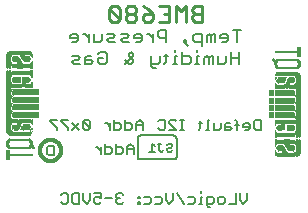
<source format=gbr>
G04 EAGLE Gerber RS-274X export*
G75*
%MOMM*%
%FSLAX34Y34*%
%LPD*%
%INSilkscreen Bottom*%
%IPPOS*%
%AMOC8*
5,1,8,0,0,1.08239X$1,22.5*%
G01*
%ADD10C,0.228600*%
%ADD11C,0.177800*%
%ADD12C,0.127000*%
%ADD13C,0.152400*%
%ADD14C,0.304800*%
%ADD15C,0.203200*%
%ADD16R,0.022863X0.462278*%
%ADD17R,0.022863X0.462281*%
%ADD18R,0.022863X0.436881*%
%ADD19R,0.023113X0.462278*%
%ADD20R,0.023113X0.462281*%
%ADD21R,0.023113X0.436881*%
%ADD22R,0.023116X0.462278*%
%ADD23R,0.023116X0.462281*%
%ADD24R,0.023116X0.436881*%
%ADD25R,0.023113X0.022863*%
%ADD26R,0.023116X0.091441*%
%ADD27R,0.023113X0.139700*%
%ADD28R,0.023116X0.185419*%
%ADD29R,0.023113X0.254000*%
%ADD30R,0.023113X0.299719*%
%ADD31R,0.023116X0.345438*%
%ADD32R,0.023113X0.391159*%
%ADD33R,0.023116X0.393700*%
%ADD34R,0.022863X0.325119*%
%ADD35R,0.022863X0.599438*%
%ADD36R,0.022863X0.622300*%
%ADD37R,0.022863X0.530859*%
%ADD38R,0.022863X0.439422*%
%ADD39R,0.022863X0.231138*%
%ADD40R,0.022863X0.071119*%
%ADD41R,0.022863X0.533400*%
%ADD42R,0.022863X0.208281*%
%ADD43R,0.023113X0.345441*%
%ADD44R,0.023113X0.576578*%
%ADD45R,0.023113X0.599438*%
%ADD46R,0.023113X0.508000*%
%ADD47R,0.023113X0.416563*%
%ADD48R,0.023113X0.208278*%
%ADD49R,0.023113X0.553722*%
%ADD50R,0.023113X0.208281*%
%ADD51R,0.023116X0.345441*%
%ADD52R,0.023116X0.530859*%
%ADD53R,0.023116X0.370841*%
%ADD54R,0.023116X0.162559*%
%ADD55R,0.023116X0.576581*%
%ADD56R,0.023116X0.208281*%
%ADD57R,0.023113X0.322578*%
%ADD58R,0.023113X0.485137*%
%ADD59R,0.023113X0.416559*%
%ADD60R,0.023113X0.347981*%
%ADD61R,0.023113X0.116838*%
%ADD62R,0.023113X0.647700*%
%ADD63R,0.023116X0.322581*%
%ADD64R,0.023116X0.485137*%
%ADD65R,0.023116X0.093978*%
%ADD66R,0.023116X0.231141*%
%ADD67R,0.023116X0.693419*%
%ADD68R,0.023113X0.322581*%
%ADD69R,0.023113X0.439419*%
%ADD70R,0.023113X0.370841*%
%ADD71R,0.023113X0.299722*%
%ADD72R,0.023113X0.045719*%
%ADD73R,0.023113X0.739138*%
%ADD74R,0.023113X0.414019*%
%ADD75R,0.023113X0.347978*%
%ADD76R,0.023113X0.762000*%
%ADD77R,0.023116X0.414019*%
%ADD78R,0.023116X0.182881*%
%ADD79R,0.023116X0.347978*%
%ADD80R,0.023116X0.276863*%
%ADD81R,0.023116X0.116841*%
%ADD82R,0.023116X0.276859*%
%ADD83R,0.023116X0.784863*%
%ADD84R,0.023113X0.325119*%
%ADD85R,0.023113X0.276863*%
%ADD86R,0.023113X0.276859*%
%ADD87R,0.023116X0.325119*%
%ADD88R,0.023116X0.391159*%
%ADD89R,0.023116X0.302259*%
%ADD90R,0.023116X0.254000*%
%ADD91R,0.023113X0.302259*%
%ADD92R,0.023113X0.393700*%
%ADD93R,0.023113X0.231141*%
%ADD94R,0.022863X0.302259*%
%ADD95R,0.022863X0.439419*%
%ADD96R,0.022863X0.368300*%
%ADD97R,0.022863X0.391159*%
%ADD98R,0.022863X0.416559*%
%ADD99R,0.022863X0.276863*%
%ADD100R,0.022863X0.205741*%
%ADD101R,0.023113X0.368300*%
%ADD102R,0.023113X0.205741*%
%ADD103R,0.023116X0.368300*%
%ADD104R,0.023116X0.205741*%
%ADD105R,0.023113X0.182881*%
%ADD106R,0.022863X0.276859*%
%ADD107R,0.022863X0.182881*%
%ADD108R,0.023113X0.924559*%
%ADD109R,0.023116X0.924559*%
%ADD110R,0.023113X0.901700*%
%ADD111R,0.023116X0.901700*%
%ADD112R,0.023113X0.878841*%
%ADD113R,0.023116X0.855981*%
%ADD114R,0.023113X0.833119*%
%ADD115R,0.022863X0.787400*%
%ADD116R,0.022863X0.414019*%
%ADD117R,0.022863X0.924559*%
%ADD118R,0.023113X0.739141*%
%ADD119R,0.023116X0.716281*%
%ADD120R,0.023116X0.299722*%
%ADD121R,0.023113X0.670559*%
%ADD122R,0.023116X0.647700*%
%ADD123R,0.023116X0.508000*%
%ADD124R,0.023116X0.299719*%
%ADD125R,0.023113X0.601981*%
%ADD126R,0.023113X0.530859*%
%ADD127R,0.023113X0.231138*%
%ADD128R,0.023113X0.556259*%
%ADD129R,0.023113X0.185419*%
%ADD130R,0.023116X0.533400*%
%ADD131R,0.023116X0.599438*%
%ADD132R,0.023116X0.416563*%
%ADD133R,0.023116X0.116838*%
%ADD134R,0.023113X0.485141*%
%ADD135R,0.023113X0.645159*%
%ADD136R,0.023113X0.716278*%
%ADD137R,0.022863X0.393700*%
%ADD138R,0.022863X0.762000*%
%ADD139R,0.022863X0.624841*%
%ADD140R,0.023113X0.784859*%
%ADD141R,0.023113X0.693422*%
%ADD142R,0.023116X0.830578*%
%ADD143R,0.023116X0.739141*%
%ADD144R,0.023113X0.876300*%
%ADD145R,0.023113X0.807722*%
%ADD146R,0.023116X0.899159*%
%ADD147R,0.023116X0.878841*%
%ADD148R,0.023113X0.922019*%
%ADD149R,0.023113X0.947419*%
%ADD150R,0.023116X0.970278*%
%ADD151R,0.023113X0.970278*%
%ADD152R,0.023116X0.439419*%
%ADD153R,0.022863X0.299722*%
%ADD154R,0.023116X0.416559*%
%ADD155R,0.023116X0.347981*%
%ADD156R,0.023113X0.137159*%
%ADD157R,0.023113X0.093978*%
%ADD158R,0.023113X0.091441*%
%ADD159R,0.023113X0.093981*%
%ADD160R,0.023113X0.114300*%
%ADD161R,0.023116X0.045719*%
%ADD162R,0.023116X0.045722*%
%ADD163R,0.023113X0.071119*%
%ADD164R,0.023113X0.116841*%
%ADD165R,0.023116X0.139700*%
%ADD166R,0.022863X0.322581*%
%ADD167R,0.022863X0.345441*%
%ADD168R,0.022863X0.162559*%
%ADD169R,0.022863X0.576581*%
%ADD170R,0.023113X0.668019*%
%ADD171R,0.023113X0.533400*%
%ADD172R,0.023116X1.455419*%
%ADD173R,0.023116X5.519419*%
%ADD174R,0.023113X1.455419*%
%ADD175R,0.023113X5.519419*%
%ADD176R,0.023116X5.494019*%
%ADD177R,0.023113X1.430019*%
%ADD178R,0.023113X5.494019*%
%ADD179R,0.023116X1.430019*%
%ADD180R,0.023116X5.471159*%
%ADD181R,0.023116X0.762000*%
%ADD182R,0.023113X1.407159*%
%ADD183R,0.023113X5.471159*%
%ADD184R,0.022863X1.384300*%
%ADD185R,0.022863X5.448300*%
%ADD186R,0.022863X0.716278*%
%ADD187R,0.022863X0.878841*%
%ADD188R,0.023113X1.361438*%
%ADD189R,0.023113X5.425438*%
%ADD190R,0.023116X1.338578*%
%ADD191R,0.023116X5.402578*%
%ADD192R,0.023116X0.624841*%
%ADD193R,0.023113X1.292859*%
%ADD194R,0.023113X5.356859*%
%ADD195R,0.023116X1.224278*%
%ADD196R,0.023116X5.288278*%


D10*
X167955Y158623D02*
X167955Y171588D01*
X161473Y171588D01*
X159312Y169427D01*
X159312Y167266D01*
X161473Y165106D01*
X159312Y162945D01*
X159312Y160784D01*
X161473Y158623D01*
X167955Y158623D01*
X167955Y165106D02*
X161473Y165106D01*
X153923Y171588D02*
X153923Y158623D01*
X149601Y167266D02*
X153923Y171588D01*
X149601Y167266D02*
X145279Y171588D01*
X145279Y158623D01*
X139890Y171588D02*
X131246Y171588D01*
X139890Y171588D02*
X139890Y158623D01*
X131246Y158623D01*
X135568Y165106D02*
X139890Y165106D01*
X121535Y169427D02*
X117214Y171588D01*
X121535Y169427D02*
X125857Y165106D01*
X125857Y160784D01*
X123696Y158623D01*
X119375Y158623D01*
X117214Y160784D01*
X117214Y162945D01*
X119375Y165106D01*
X125857Y165106D01*
X111824Y169427D02*
X109663Y171588D01*
X105342Y171588D01*
X103181Y169427D01*
X103181Y167266D01*
X105342Y165106D01*
X103181Y162945D01*
X103181Y160784D01*
X105342Y158623D01*
X109663Y158623D01*
X111824Y160784D01*
X111824Y162945D01*
X109663Y165106D01*
X111824Y167266D01*
X111824Y169427D01*
X109663Y165106D02*
X105342Y165106D01*
X97791Y169427D02*
X97791Y160784D01*
X97791Y169427D02*
X95631Y171588D01*
X91309Y171588D01*
X89148Y169427D01*
X89148Y160784D01*
X91309Y158623D01*
X95631Y158623D01*
X97791Y160784D01*
X89148Y169427D01*
D11*
X197478Y151520D02*
X197478Y141097D01*
X194004Y151520D02*
X200953Y151520D01*
X187989Y141097D02*
X184515Y141097D01*
X187989Y141097D02*
X189726Y142834D01*
X189726Y146308D01*
X187989Y148046D01*
X184515Y148046D01*
X182778Y146308D01*
X182778Y144571D01*
X189726Y144571D01*
X178500Y141097D02*
X178500Y148046D01*
X176763Y148046D01*
X175026Y146308D01*
X175026Y141097D01*
X175026Y146308D02*
X173289Y148046D01*
X171552Y146308D01*
X171552Y141097D01*
X167274Y137623D02*
X167274Y148046D01*
X162062Y148046D01*
X160325Y146308D01*
X160325Y142834D01*
X162062Y141097D01*
X167274Y141097D01*
X156048Y137623D02*
X152573Y141097D01*
X152573Y142834D01*
X154311Y142834D01*
X154311Y141097D01*
X152573Y141097D01*
X137337Y141097D02*
X137337Y151520D01*
X132126Y151520D01*
X130389Y149783D01*
X130389Y146308D01*
X132126Y144571D01*
X137337Y144571D01*
X126111Y141097D02*
X126111Y148046D01*
X122637Y148046D02*
X126111Y144571D01*
X122637Y148046D02*
X120900Y148046D01*
X115019Y141097D02*
X111544Y141097D01*
X115019Y141097D02*
X116756Y142834D01*
X116756Y146308D01*
X115019Y148046D01*
X111544Y148046D01*
X109807Y146308D01*
X109807Y144571D01*
X116756Y144571D01*
X105530Y141097D02*
X100318Y141097D01*
X98581Y142834D01*
X100318Y144571D01*
X103793Y144571D01*
X105530Y146308D01*
X103793Y148046D01*
X98581Y148046D01*
X94303Y141097D02*
X89092Y141097D01*
X87355Y142834D01*
X89092Y144571D01*
X92566Y144571D01*
X94303Y146308D01*
X92566Y148046D01*
X87355Y148046D01*
X83077Y148046D02*
X83077Y142834D01*
X81340Y141097D01*
X76129Y141097D01*
X76129Y148046D01*
X71851Y148046D02*
X71851Y141097D01*
X71851Y144571D02*
X68377Y148046D01*
X66640Y148046D01*
X60759Y141097D02*
X57284Y141097D01*
X60759Y141097D02*
X62496Y142834D01*
X62496Y146308D01*
X60759Y148046D01*
X57284Y148046D01*
X55547Y146308D01*
X55547Y144571D01*
X62496Y144571D01*
X199082Y133232D02*
X199082Y122809D01*
X199082Y128020D02*
X192133Y128020D01*
X192133Y122809D02*
X192133Y133232D01*
X187855Y129758D02*
X187855Y124546D01*
X186118Y122809D01*
X180907Y122809D01*
X180907Y129758D01*
X176629Y129758D02*
X176629Y122809D01*
X176629Y129758D02*
X174892Y129758D01*
X173155Y128020D01*
X173155Y122809D01*
X173155Y128020D02*
X171418Y129758D01*
X169681Y128020D01*
X169681Y122809D01*
X165403Y129758D02*
X163666Y129758D01*
X163666Y122809D01*
X165403Y122809D02*
X161929Y122809D01*
X163666Y133232D02*
X163666Y134969D01*
X150970Y133232D02*
X150970Y122809D01*
X156182Y122809D01*
X157919Y124546D01*
X157919Y128020D01*
X156182Y129758D01*
X150970Y129758D01*
X146693Y129758D02*
X144955Y129758D01*
X144955Y122809D01*
X143218Y122809D02*
X146693Y122809D01*
X144955Y133232D02*
X144955Y134969D01*
X137471Y131495D02*
X137471Y124546D01*
X135734Y122809D01*
X135734Y129758D02*
X139208Y129758D01*
X131724Y129758D02*
X131724Y124546D01*
X129987Y122809D01*
X124776Y122809D01*
X124776Y121072D02*
X124776Y129758D01*
X124776Y121072D02*
X126513Y119335D01*
X128250Y119335D01*
X105797Y122809D02*
X102323Y126283D01*
X105797Y122809D02*
X107535Y122809D01*
X109272Y124546D01*
X109272Y126283D01*
X105797Y129758D01*
X105797Y131495D01*
X107535Y133232D01*
X109272Y131495D01*
X109272Y129758D01*
X102323Y122809D01*
X81608Y133232D02*
X79871Y131495D01*
X81608Y133232D02*
X85082Y133232D01*
X86819Y131495D01*
X86819Y124546D01*
X85082Y122809D01*
X81608Y122809D01*
X79871Y124546D01*
X79871Y128020D01*
X83345Y128020D01*
X73856Y129758D02*
X70382Y129758D01*
X68645Y128020D01*
X68645Y122809D01*
X73856Y122809D01*
X75593Y124546D01*
X73856Y126283D01*
X68645Y126283D01*
X64367Y122809D02*
X59155Y122809D01*
X57418Y124546D01*
X59155Y126283D01*
X62630Y126283D01*
X64367Y128020D01*
X62630Y129758D01*
X57418Y129758D01*
D12*
X205394Y13343D02*
X205394Y7411D01*
X202428Y4445D01*
X199462Y7411D01*
X199462Y13343D01*
X196039Y13343D02*
X196039Y4445D01*
X190107Y4445D01*
X185200Y4445D02*
X182235Y4445D01*
X180752Y5928D01*
X180752Y8894D01*
X182235Y10377D01*
X185200Y10377D01*
X186683Y8894D01*
X186683Y5928D01*
X185200Y4445D01*
X174362Y1479D02*
X172879Y1479D01*
X171396Y2962D01*
X171396Y10377D01*
X175845Y10377D01*
X177328Y8894D01*
X177328Y5928D01*
X175845Y4445D01*
X171396Y4445D01*
X167973Y10377D02*
X166490Y10377D01*
X166490Y4445D01*
X167973Y4445D02*
X165007Y4445D01*
X166490Y13343D02*
X166490Y14826D01*
X160253Y10377D02*
X155805Y10377D01*
X160253Y10377D02*
X161736Y8894D01*
X161736Y5928D01*
X160253Y4445D01*
X155805Y4445D01*
X152381Y4445D02*
X146449Y13343D01*
X143026Y13343D02*
X143026Y7411D01*
X140060Y4445D01*
X137094Y7411D01*
X137094Y13343D01*
X132188Y10377D02*
X127739Y10377D01*
X132188Y10377D02*
X133671Y8894D01*
X133671Y5928D01*
X132188Y4445D01*
X127739Y4445D01*
X122833Y10377D02*
X118384Y10377D01*
X122833Y10377D02*
X124315Y8894D01*
X124315Y5928D01*
X122833Y4445D01*
X118384Y4445D01*
X114960Y10377D02*
X113477Y10377D01*
X113477Y8894D01*
X114960Y8894D01*
X114960Y10377D01*
X114960Y5928D02*
X113477Y5928D01*
X113477Y4445D01*
X114960Y4445D01*
X114960Y5928D01*
X100928Y11860D02*
X99445Y13343D01*
X96479Y13343D01*
X94996Y11860D01*
X94996Y10377D01*
X96479Y8894D01*
X97962Y8894D01*
X96479Y8894D02*
X94996Y7411D01*
X94996Y5928D01*
X96479Y4445D01*
X99445Y4445D01*
X100928Y5928D01*
X91572Y8894D02*
X85641Y8894D01*
X82217Y13343D02*
X76285Y13343D01*
X82217Y13343D02*
X82217Y8894D01*
X79251Y10377D01*
X77768Y10377D01*
X76285Y8894D01*
X76285Y5928D01*
X77768Y4445D01*
X80734Y4445D01*
X82217Y5928D01*
X72862Y7411D02*
X72862Y13343D01*
X72862Y7411D02*
X69896Y4445D01*
X66930Y7411D01*
X66930Y13343D01*
X63507Y13343D02*
X63507Y4445D01*
X59058Y4445D01*
X57575Y5928D01*
X57575Y11860D01*
X59058Y13343D01*
X63507Y13343D01*
X49703Y13343D02*
X48220Y11860D01*
X49703Y13343D02*
X52669Y13343D01*
X54152Y11860D01*
X54152Y5928D01*
X52669Y4445D01*
X49703Y4445D01*
X48220Y5928D01*
D13*
X109879Y46482D02*
X109879Y52244D01*
X106998Y55125D01*
X104117Y52244D01*
X104117Y46482D01*
X104117Y50804D02*
X109879Y50804D01*
X94761Y55125D02*
X94761Y46482D01*
X99083Y46482D01*
X100524Y47923D01*
X100524Y50804D01*
X99083Y52244D01*
X94761Y52244D01*
X85406Y55125D02*
X85406Y46482D01*
X89728Y46482D01*
X91168Y47923D01*
X91168Y50804D01*
X89728Y52244D01*
X85406Y52244D01*
X81813Y52244D02*
X81813Y46482D01*
X81813Y49363D02*
X78932Y52244D01*
X77492Y52244D01*
D12*
X217578Y66675D02*
X217578Y75573D01*
X217578Y66675D02*
X213129Y66675D01*
X211646Y68158D01*
X211646Y74090D01*
X213129Y75573D01*
X217578Y75573D01*
X206740Y66675D02*
X203774Y66675D01*
X206740Y66675D02*
X208223Y68158D01*
X208223Y71124D01*
X206740Y72607D01*
X203774Y72607D01*
X202291Y71124D01*
X202291Y69641D01*
X208223Y69641D01*
X197385Y66675D02*
X197385Y74090D01*
X195902Y75573D01*
X195902Y71124D02*
X198868Y71124D01*
X191148Y72607D02*
X188182Y72607D01*
X186699Y71124D01*
X186699Y66675D01*
X191148Y66675D01*
X192631Y68158D01*
X191148Y69641D01*
X186699Y69641D01*
X183276Y68158D02*
X183276Y72607D01*
X183276Y68158D02*
X181793Y66675D01*
X177344Y66675D01*
X177344Y72607D01*
X173921Y75573D02*
X172438Y75573D01*
X172438Y66675D01*
X173921Y66675D02*
X170955Y66675D01*
X166201Y68158D02*
X166201Y74090D01*
X166201Y68158D02*
X164718Y66675D01*
X164718Y72607D02*
X167684Y72607D01*
X152092Y66675D02*
X149126Y66675D01*
X150609Y66675D02*
X150609Y75573D01*
X152092Y75573D02*
X149126Y75573D01*
X145855Y66675D02*
X139923Y66675D01*
X145855Y66675D02*
X139923Y72607D01*
X139923Y74090D01*
X141406Y75573D01*
X144372Y75573D01*
X145855Y74090D01*
X132051Y75573D02*
X130568Y74090D01*
X132051Y75573D02*
X135017Y75573D01*
X136500Y74090D01*
X136500Y68158D01*
X135017Y66675D01*
X132051Y66675D01*
X130568Y68158D01*
X117790Y66675D02*
X117790Y72607D01*
X114824Y75573D01*
X111858Y72607D01*
X111858Y66675D01*
X111858Y71124D02*
X117790Y71124D01*
X102503Y75573D02*
X102503Y66675D01*
X106951Y66675D01*
X108434Y68158D01*
X108434Y71124D01*
X106951Y72607D01*
X102503Y72607D01*
X93147Y75573D02*
X93147Y66675D01*
X97596Y66675D01*
X99079Y68158D01*
X99079Y71124D01*
X97596Y72607D01*
X93147Y72607D01*
X89724Y72607D02*
X89724Y66675D01*
X89724Y69641D02*
X86758Y72607D01*
X85275Y72607D01*
X72573Y74090D02*
X72573Y68158D01*
X72573Y74090D02*
X71090Y75573D01*
X68124Y75573D01*
X66641Y74090D01*
X66641Y68158D01*
X68124Y66675D01*
X71090Y66675D01*
X72573Y68158D01*
X66641Y74090D01*
X63218Y72607D02*
X57286Y66675D01*
X63218Y66675D02*
X57286Y72607D01*
X53862Y75573D02*
X47931Y75573D01*
X47931Y74090D01*
X53862Y68158D01*
X53862Y66675D01*
X44507Y75573D02*
X38576Y75573D01*
X38576Y74090D01*
X44507Y68158D01*
X44507Y66675D01*
D14*
X30390Y49530D02*
X30393Y49750D01*
X30401Y49971D01*
X30414Y50191D01*
X30433Y50410D01*
X30458Y50629D01*
X30487Y50848D01*
X30522Y51065D01*
X30563Y51282D01*
X30608Y51498D01*
X30659Y51712D01*
X30715Y51925D01*
X30777Y52137D01*
X30843Y52347D01*
X30915Y52555D01*
X30992Y52762D01*
X31074Y52966D01*
X31160Y53169D01*
X31252Y53369D01*
X31349Y53568D01*
X31450Y53763D01*
X31557Y53956D01*
X31668Y54147D01*
X31783Y54334D01*
X31903Y54519D01*
X32028Y54701D01*
X32157Y54879D01*
X32291Y55055D01*
X32428Y55227D01*
X32570Y55395D01*
X32716Y55561D01*
X32866Y55722D01*
X33020Y55880D01*
X33178Y56034D01*
X33339Y56184D01*
X33505Y56330D01*
X33673Y56472D01*
X33845Y56609D01*
X34021Y56743D01*
X34199Y56872D01*
X34381Y56997D01*
X34566Y57117D01*
X34753Y57232D01*
X34944Y57343D01*
X35137Y57450D01*
X35332Y57551D01*
X35531Y57648D01*
X35731Y57740D01*
X35934Y57826D01*
X36138Y57908D01*
X36345Y57985D01*
X36553Y58057D01*
X36763Y58123D01*
X36975Y58185D01*
X37188Y58241D01*
X37402Y58292D01*
X37618Y58337D01*
X37835Y58378D01*
X38052Y58413D01*
X38271Y58442D01*
X38490Y58467D01*
X38709Y58486D01*
X38929Y58499D01*
X39150Y58507D01*
X39370Y58510D01*
X39590Y58507D01*
X39811Y58499D01*
X40031Y58486D01*
X40250Y58467D01*
X40469Y58442D01*
X40688Y58413D01*
X40905Y58378D01*
X41122Y58337D01*
X41338Y58292D01*
X41552Y58241D01*
X41765Y58185D01*
X41977Y58123D01*
X42187Y58057D01*
X42395Y57985D01*
X42602Y57908D01*
X42806Y57826D01*
X43009Y57740D01*
X43209Y57648D01*
X43408Y57551D01*
X43603Y57450D01*
X43796Y57343D01*
X43987Y57232D01*
X44174Y57117D01*
X44359Y56997D01*
X44541Y56872D01*
X44719Y56743D01*
X44895Y56609D01*
X45067Y56472D01*
X45235Y56330D01*
X45401Y56184D01*
X45562Y56034D01*
X45720Y55880D01*
X45874Y55722D01*
X46024Y55561D01*
X46170Y55395D01*
X46312Y55227D01*
X46449Y55055D01*
X46583Y54879D01*
X46712Y54701D01*
X46837Y54519D01*
X46957Y54334D01*
X47072Y54147D01*
X47183Y53956D01*
X47290Y53763D01*
X47391Y53568D01*
X47488Y53369D01*
X47580Y53169D01*
X47666Y52966D01*
X47748Y52762D01*
X47825Y52555D01*
X47897Y52347D01*
X47963Y52137D01*
X48025Y51925D01*
X48081Y51712D01*
X48132Y51498D01*
X48177Y51282D01*
X48218Y51065D01*
X48253Y50848D01*
X48282Y50629D01*
X48307Y50410D01*
X48326Y50191D01*
X48339Y49971D01*
X48347Y49750D01*
X48350Y49530D01*
X48347Y49310D01*
X48339Y49089D01*
X48326Y48869D01*
X48307Y48650D01*
X48282Y48431D01*
X48253Y48212D01*
X48218Y47995D01*
X48177Y47778D01*
X48132Y47562D01*
X48081Y47348D01*
X48025Y47135D01*
X47963Y46923D01*
X47897Y46713D01*
X47825Y46505D01*
X47748Y46298D01*
X47666Y46094D01*
X47580Y45891D01*
X47488Y45691D01*
X47391Y45492D01*
X47290Y45297D01*
X47183Y45104D01*
X47072Y44913D01*
X46957Y44726D01*
X46837Y44541D01*
X46712Y44359D01*
X46583Y44181D01*
X46449Y44005D01*
X46312Y43833D01*
X46170Y43665D01*
X46024Y43499D01*
X45874Y43338D01*
X45720Y43180D01*
X45562Y43026D01*
X45401Y42876D01*
X45235Y42730D01*
X45067Y42588D01*
X44895Y42451D01*
X44719Y42317D01*
X44541Y42188D01*
X44359Y42063D01*
X44174Y41943D01*
X43987Y41828D01*
X43796Y41717D01*
X43603Y41610D01*
X43408Y41509D01*
X43209Y41412D01*
X43009Y41320D01*
X42806Y41234D01*
X42602Y41152D01*
X42395Y41075D01*
X42187Y41003D01*
X41977Y40937D01*
X41765Y40875D01*
X41552Y40819D01*
X41338Y40768D01*
X41122Y40723D01*
X40905Y40682D01*
X40688Y40647D01*
X40469Y40618D01*
X40250Y40593D01*
X40031Y40574D01*
X39811Y40561D01*
X39590Y40553D01*
X39370Y40550D01*
X39150Y40553D01*
X38929Y40561D01*
X38709Y40574D01*
X38490Y40593D01*
X38271Y40618D01*
X38052Y40647D01*
X37835Y40682D01*
X37618Y40723D01*
X37402Y40768D01*
X37188Y40819D01*
X36975Y40875D01*
X36763Y40937D01*
X36553Y41003D01*
X36345Y41075D01*
X36138Y41152D01*
X35934Y41234D01*
X35731Y41320D01*
X35531Y41412D01*
X35332Y41509D01*
X35137Y41610D01*
X34944Y41717D01*
X34753Y41828D01*
X34566Y41943D01*
X34381Y42063D01*
X34199Y42188D01*
X34021Y42317D01*
X33845Y42451D01*
X33673Y42588D01*
X33505Y42730D01*
X33339Y42876D01*
X33178Y43026D01*
X33020Y43180D01*
X32866Y43338D01*
X32716Y43499D01*
X32570Y43665D01*
X32428Y43833D01*
X32291Y44005D01*
X32157Y44181D01*
X32028Y44359D01*
X31903Y44541D01*
X31783Y44726D01*
X31668Y44913D01*
X31557Y45104D01*
X31450Y45297D01*
X31349Y45492D01*
X31252Y45691D01*
X31160Y45891D01*
X31074Y46094D01*
X30992Y46298D01*
X30915Y46505D01*
X30843Y46713D01*
X30777Y46923D01*
X30715Y47135D01*
X30659Y47348D01*
X30608Y47562D01*
X30563Y47778D01*
X30522Y47995D01*
X30487Y48212D01*
X30458Y48431D01*
X30433Y48650D01*
X30414Y48869D01*
X30401Y49089D01*
X30393Y49310D01*
X30390Y49530D01*
D15*
X41910Y45466D02*
X41910Y53601D01*
X41910Y45466D02*
X37843Y45466D01*
X36487Y46822D01*
X36487Y52245D01*
X37843Y53601D01*
X41910Y53601D01*
D16*
X224790Y79197D03*
D17*
X224790Y85446D03*
X224790Y91669D03*
D18*
X224790Y98019D03*
D19*
X225020Y79197D03*
D20*
X225020Y85446D03*
X225020Y91669D03*
D21*
X225020Y98019D03*
D22*
X225251Y79197D03*
D23*
X225251Y85446D03*
X225251Y91669D03*
D24*
X225251Y98019D03*
D19*
X225482Y79197D03*
D20*
X225482Y85446D03*
X225482Y91669D03*
D21*
X225482Y98019D03*
D22*
X225713Y79197D03*
D23*
X225713Y85446D03*
X225713Y91669D03*
D24*
X225713Y98019D03*
D19*
X225944Y79197D03*
D20*
X225944Y85446D03*
X225944Y91669D03*
D21*
X225944Y98019D03*
D19*
X226176Y79197D03*
D20*
X226176Y85446D03*
X226176Y91669D03*
D21*
X226176Y98019D03*
D22*
X226407Y79197D03*
D23*
X226407Y85446D03*
X226407Y91669D03*
D24*
X226407Y98019D03*
D19*
X226638Y79197D03*
D20*
X226638Y85446D03*
X226638Y91669D03*
D21*
X226638Y98019D03*
D22*
X226869Y79197D03*
D23*
X226869Y85446D03*
X226869Y91669D03*
D24*
X226869Y98019D03*
D19*
X227100Y79197D03*
D20*
X227100Y85446D03*
X227100Y91669D03*
D21*
X227100Y98019D03*
D16*
X227330Y79197D03*
D17*
X227330Y85446D03*
X227330Y91669D03*
D18*
X227330Y98019D03*
D19*
X227560Y79197D03*
D20*
X227560Y85446D03*
X227560Y91669D03*
D21*
X227560Y98019D03*
D25*
X227560Y126429D03*
D22*
X227791Y79197D03*
D23*
X227791Y85446D03*
X227791Y91669D03*
D24*
X227791Y98019D03*
D26*
X227791Y126314D03*
D19*
X228022Y79197D03*
D20*
X228022Y85446D03*
X228022Y91669D03*
D21*
X228022Y98019D03*
D27*
X228022Y126073D03*
D22*
X228253Y79197D03*
D23*
X228253Y85446D03*
X228253Y91669D03*
D24*
X228253Y98019D03*
D28*
X228253Y126073D03*
D19*
X228484Y79197D03*
D20*
X228484Y85446D03*
X228484Y91669D03*
D21*
X228484Y98019D03*
D29*
X228484Y125959D03*
D19*
X228716Y79197D03*
D20*
X228716Y85446D03*
X228716Y91669D03*
D21*
X228716Y98019D03*
D30*
X228716Y125730D03*
D22*
X228947Y79197D03*
D23*
X228947Y85446D03*
X228947Y91669D03*
D24*
X228947Y98019D03*
D31*
X228947Y125730D03*
D32*
X229178Y125501D03*
D33*
X229409Y125032D03*
D19*
X229640Y124003D03*
D34*
X229870Y48031D03*
D35*
X229870Y55880D03*
D36*
X229870Y63614D03*
D37*
X229870Y72631D03*
D16*
X229870Y79197D03*
D17*
X229870Y85446D03*
X229870Y91669D03*
D18*
X229870Y98019D03*
D38*
X229870Y104254D03*
D39*
X229870Y109919D03*
D40*
X229870Y113030D03*
D41*
X229870Y123190D03*
D42*
X229870Y132436D03*
D43*
X230100Y47676D03*
D44*
X230100Y55994D03*
D45*
X230100Y63500D03*
D46*
X230100Y72746D03*
D19*
X230100Y79197D03*
D20*
X230100Y85446D03*
X230100Y91669D03*
D21*
X230100Y98019D03*
D47*
X230100Y104140D03*
D48*
X230100Y110033D03*
D27*
X230100Y113373D03*
D49*
X230100Y122606D03*
D50*
X230100Y132436D03*
D51*
X230331Y47219D03*
D52*
X230331Y56223D03*
X230331Y63157D03*
D22*
X230331Y72974D03*
X230331Y79197D03*
D23*
X230331Y85446D03*
X230331Y91669D03*
D24*
X230331Y98019D03*
D53*
X230331Y103911D03*
D54*
X230331Y110261D03*
D28*
X230331Y113602D03*
D55*
X230331Y122492D03*
D56*
X230331Y132436D03*
D57*
X230562Y46876D03*
D58*
X230562Y56452D03*
D46*
X230562Y63043D03*
D59*
X230562Y73203D03*
D19*
X230562Y79197D03*
D20*
X230562Y85446D03*
X230562Y91669D03*
D21*
X230562Y98019D03*
D60*
X230562Y103797D03*
D61*
X230562Y110490D03*
D48*
X230562Y113716D03*
D62*
X230562Y122619D03*
D50*
X230562Y132436D03*
D63*
X230793Y46647D03*
D22*
X230793Y56566D03*
D64*
X230793Y62929D03*
D33*
X230793Y73317D03*
D22*
X230793Y79197D03*
D23*
X230793Y85446D03*
X230793Y91669D03*
D24*
X230793Y98019D03*
D63*
X230793Y103670D03*
D65*
X230793Y110604D03*
D66*
X230793Y113830D03*
D67*
X230793Y122619D03*
D56*
X230793Y132436D03*
D68*
X231024Y46419D03*
D69*
X231024Y56680D03*
D19*
X231024Y62814D03*
D70*
X231024Y73431D03*
D19*
X231024Y79197D03*
D20*
X231024Y85446D03*
X231024Y91669D03*
D21*
X231024Y98019D03*
D71*
X231024Y103556D03*
D72*
X231024Y110846D03*
D29*
X231024Y113944D03*
D73*
X231024Y122619D03*
D50*
X231024Y132436D03*
D68*
X231256Y46190D03*
D74*
X231256Y56807D03*
D69*
X231256Y62700D03*
D75*
X231256Y73546D03*
D19*
X231256Y79197D03*
D20*
X231256Y85446D03*
X231256Y91669D03*
D21*
X231256Y98019D03*
D71*
X231256Y103556D03*
D29*
X231256Y113944D03*
D76*
X231256Y122504D03*
D50*
X231256Y132436D03*
D63*
X231487Y46190D03*
D66*
X231487Y51270D03*
D77*
X231487Y56807D03*
X231487Y62573D03*
D78*
X231487Y68351D03*
D79*
X231487Y73546D03*
D22*
X231487Y79197D03*
D23*
X231487Y85446D03*
X231487Y91669D03*
D24*
X231487Y98019D03*
D80*
X231487Y103442D03*
D81*
X231487Y108179D03*
D82*
X231487Y114059D03*
D83*
X231487Y122619D03*
D56*
X231487Y132436D03*
D84*
X231718Y45949D03*
D68*
X231718Y51270D03*
D32*
X231718Y56921D03*
D74*
X231718Y62573D03*
D84*
X231718Y68351D03*
X231718Y73660D03*
D19*
X231718Y79197D03*
D20*
X231718Y85446D03*
X231718Y91669D03*
D21*
X231718Y98019D03*
D85*
X231718Y103442D03*
D86*
X231718Y108293D03*
X231718Y114059D03*
D85*
X231718Y120079D03*
D86*
X231718Y125387D03*
D50*
X231718Y132436D03*
D87*
X231949Y45949D03*
D53*
X231949Y51257D03*
D88*
X231949Y56921D03*
D77*
X231949Y62573D03*
D53*
X231949Y68351D03*
D87*
X231949Y73660D03*
D22*
X231949Y79197D03*
D23*
X231949Y85446D03*
X231949Y91669D03*
D24*
X231949Y98019D03*
D80*
X231949Y103442D03*
D51*
X231949Y108407D03*
D89*
X231949Y114186D03*
D90*
X231949Y119736D03*
D66*
X231949Y125616D03*
D56*
X231949Y132436D03*
D84*
X232180Y45949D03*
D59*
X232180Y51257D03*
D32*
X232180Y56921D03*
X232180Y62459D03*
D59*
X232180Y68351D03*
D91*
X232180Y73774D03*
D19*
X232180Y79197D03*
D20*
X232180Y85446D03*
X232180Y91669D03*
D21*
X232180Y98019D03*
D85*
X232180Y103442D03*
D92*
X232180Y108649D03*
D91*
X232180Y114186D03*
D93*
X232180Y119621D03*
D50*
X232180Y125730D03*
X232180Y132436D03*
D94*
X232410Y45834D03*
D95*
X232410Y51143D03*
D96*
X232410Y57036D03*
D97*
X232410Y62459D03*
D98*
X232410Y68351D03*
D94*
X232410Y73774D03*
D16*
X232410Y79197D03*
D17*
X232410Y85446D03*
X232410Y91669D03*
D18*
X232410Y98019D03*
D99*
X232410Y103442D03*
D95*
X232410Y108649D03*
D94*
X232410Y114186D03*
D100*
X232410Y119494D03*
D42*
X232410Y125730D03*
X232410Y132436D03*
D91*
X232640Y45834D03*
D19*
X232640Y51257D03*
D101*
X232640Y57036D03*
D32*
X232640Y62459D03*
D20*
X232640Y68351D03*
D91*
X232640Y73774D03*
D19*
X232640Y79197D03*
D20*
X232640Y85446D03*
X232640Y91669D03*
D21*
X232640Y98019D03*
D85*
X232640Y103442D03*
D19*
X232640Y108763D03*
D91*
X232640Y114186D03*
D102*
X232640Y119494D03*
D50*
X232640Y125959D03*
X232640Y132436D03*
D89*
X232871Y45834D03*
D22*
X232871Y51257D03*
D103*
X232871Y57036D03*
D88*
X232871Y62459D03*
D23*
X232871Y68351D03*
D89*
X232871Y73774D03*
D22*
X232871Y79197D03*
D23*
X232871Y85446D03*
X232871Y91669D03*
D24*
X232871Y98019D03*
D80*
X232871Y103442D03*
D22*
X232871Y108763D03*
D89*
X232871Y114186D03*
D104*
X232871Y119494D03*
D56*
X232871Y125959D03*
X232871Y132436D03*
D91*
X233102Y45834D03*
D19*
X233102Y51257D03*
D101*
X233102Y57036D03*
X233102Y62344D03*
D20*
X233102Y68351D03*
D91*
X233102Y73774D03*
D19*
X233102Y79197D03*
D20*
X233102Y85446D03*
X233102Y91669D03*
D21*
X233102Y98019D03*
D85*
X233102Y103442D03*
D19*
X233102Y108763D03*
D91*
X233102Y114186D03*
D102*
X233102Y119494D03*
D50*
X233102Y125959D03*
X233102Y132436D03*
D89*
X233333Y45834D03*
D22*
X233333Y51257D03*
D103*
X233333Y57036D03*
X233333Y62344D03*
D23*
X233333Y68351D03*
D89*
X233333Y73774D03*
D22*
X233333Y79197D03*
D23*
X233333Y85446D03*
X233333Y91669D03*
D24*
X233333Y98019D03*
D80*
X233333Y103442D03*
D22*
X233333Y108763D03*
D89*
X233333Y114186D03*
D78*
X233333Y119380D03*
D56*
X233333Y125959D03*
X233333Y132436D03*
D91*
X233564Y45834D03*
D19*
X233564Y51257D03*
D101*
X233564Y57036D03*
X233564Y62344D03*
D20*
X233564Y68351D03*
D91*
X233564Y73774D03*
D19*
X233564Y79197D03*
D20*
X233564Y85446D03*
X233564Y91669D03*
D21*
X233564Y98019D03*
D85*
X233564Y103442D03*
D19*
X233564Y108763D03*
D91*
X233564Y114186D03*
D105*
X233564Y119380D03*
D50*
X233564Y125959D03*
X233564Y132436D03*
D91*
X233796Y45834D03*
D19*
X233796Y51257D03*
D101*
X233796Y57036D03*
X233796Y62344D03*
D20*
X233796Y68351D03*
D86*
X233796Y73901D03*
D19*
X233796Y79197D03*
D20*
X233796Y85446D03*
X233796Y91669D03*
D21*
X233796Y98019D03*
D85*
X233796Y103442D03*
D19*
X233796Y108763D03*
D91*
X233796Y114186D03*
D105*
X233796Y119380D03*
D50*
X233796Y125959D03*
X233796Y132436D03*
D89*
X234027Y45834D03*
D22*
X234027Y51257D03*
D103*
X234027Y57036D03*
X234027Y62344D03*
D23*
X234027Y68351D03*
D82*
X234027Y73901D03*
D22*
X234027Y79197D03*
D23*
X234027Y85446D03*
X234027Y91669D03*
D24*
X234027Y98019D03*
D80*
X234027Y103442D03*
D22*
X234027Y108763D03*
D89*
X234027Y114186D03*
D78*
X234027Y119380D03*
D56*
X234027Y125959D03*
X234027Y132436D03*
D91*
X234258Y45834D03*
D19*
X234258Y51257D03*
D101*
X234258Y57036D03*
X234258Y62344D03*
D20*
X234258Y68351D03*
D86*
X234258Y73901D03*
D19*
X234258Y79197D03*
D20*
X234258Y85446D03*
X234258Y91669D03*
D21*
X234258Y98019D03*
D85*
X234258Y103442D03*
D19*
X234258Y108763D03*
D91*
X234258Y114186D03*
D105*
X234258Y119380D03*
D50*
X234258Y125959D03*
X234258Y132436D03*
D89*
X234489Y45834D03*
D22*
X234489Y51257D03*
D103*
X234489Y57036D03*
X234489Y62344D03*
D23*
X234489Y68351D03*
D82*
X234489Y73901D03*
D22*
X234489Y79197D03*
D23*
X234489Y85446D03*
X234489Y91669D03*
D24*
X234489Y98019D03*
D80*
X234489Y103442D03*
D22*
X234489Y108763D03*
D89*
X234489Y114186D03*
D78*
X234489Y119380D03*
D56*
X234489Y125959D03*
X234489Y132436D03*
D91*
X234720Y45834D03*
D19*
X234720Y51257D03*
D101*
X234720Y57036D03*
X234720Y62344D03*
D20*
X234720Y68351D03*
D86*
X234720Y73901D03*
D19*
X234720Y79197D03*
D20*
X234720Y85446D03*
X234720Y91669D03*
D21*
X234720Y98019D03*
D85*
X234720Y103442D03*
D19*
X234720Y108763D03*
D91*
X234720Y114186D03*
D105*
X234720Y119380D03*
D50*
X234720Y125959D03*
X234720Y132436D03*
D94*
X234950Y45834D03*
D16*
X234950Y51257D03*
D96*
X234950Y57036D03*
X234950Y62344D03*
D17*
X234950Y68351D03*
D106*
X234950Y73901D03*
D16*
X234950Y79197D03*
D17*
X234950Y85446D03*
X234950Y91669D03*
D18*
X234950Y98019D03*
D99*
X234950Y103442D03*
D16*
X234950Y108763D03*
D94*
X234950Y114186D03*
D107*
X234950Y119380D03*
D42*
X234950Y125959D03*
X234950Y132436D03*
D91*
X235180Y45834D03*
D19*
X235180Y51257D03*
D101*
X235180Y57036D03*
X235180Y62344D03*
D20*
X235180Y68351D03*
D86*
X235180Y73901D03*
D19*
X235180Y79197D03*
D20*
X235180Y85446D03*
X235180Y91669D03*
D21*
X235180Y98019D03*
D85*
X235180Y103442D03*
D19*
X235180Y108763D03*
D91*
X235180Y114186D03*
D105*
X235180Y119380D03*
D50*
X235180Y125959D03*
X235180Y132436D03*
D89*
X235411Y45834D03*
D22*
X235411Y51257D03*
D103*
X235411Y57036D03*
X235411Y62344D03*
D23*
X235411Y68351D03*
D82*
X235411Y73901D03*
D22*
X235411Y79197D03*
D23*
X235411Y85446D03*
X235411Y91669D03*
D24*
X235411Y98019D03*
D80*
X235411Y103442D03*
D22*
X235411Y108763D03*
D89*
X235411Y114186D03*
D78*
X235411Y119380D03*
D56*
X235411Y125959D03*
X235411Y132436D03*
D91*
X235642Y45834D03*
D19*
X235642Y51257D03*
D101*
X235642Y57036D03*
X235642Y62344D03*
D108*
X235642Y70663D03*
D19*
X235642Y79197D03*
D20*
X235642Y85446D03*
X235642Y91669D03*
D21*
X235642Y98019D03*
D85*
X235642Y103442D03*
D19*
X235642Y108763D03*
D91*
X235642Y114186D03*
D105*
X235642Y119380D03*
D50*
X235642Y125959D03*
X235642Y132436D03*
D89*
X235873Y45834D03*
D22*
X235873Y51257D03*
D103*
X235873Y57036D03*
X235873Y62344D03*
D109*
X235873Y70663D03*
D22*
X235873Y79197D03*
D23*
X235873Y85446D03*
X235873Y91669D03*
D24*
X235873Y98019D03*
D80*
X235873Y103442D03*
D22*
X235873Y108763D03*
D89*
X235873Y114186D03*
D78*
X235873Y119380D03*
D56*
X235873Y125959D03*
X235873Y132436D03*
D91*
X236104Y45834D03*
D69*
X236104Y51143D03*
D101*
X236104Y57036D03*
X236104Y62344D03*
D108*
X236104Y70663D03*
D19*
X236104Y79197D03*
D20*
X236104Y85446D03*
X236104Y91669D03*
D21*
X236104Y98019D03*
D85*
X236104Y103442D03*
D19*
X236104Y108763D03*
D91*
X236104Y114186D03*
D105*
X236104Y119380D03*
D50*
X236104Y125959D03*
X236104Y132436D03*
D110*
X236336Y48832D03*
D101*
X236336Y57036D03*
X236336Y62344D03*
D108*
X236336Y70663D03*
D19*
X236336Y79197D03*
D20*
X236336Y85446D03*
X236336Y91669D03*
D21*
X236336Y98019D03*
D85*
X236336Y103442D03*
D19*
X236336Y108763D03*
D91*
X236336Y114186D03*
D105*
X236336Y119380D03*
D50*
X236336Y125959D03*
X236336Y132436D03*
D111*
X236567Y48832D03*
D103*
X236567Y57036D03*
X236567Y62344D03*
D109*
X236567Y70663D03*
D22*
X236567Y79197D03*
D23*
X236567Y85446D03*
X236567Y91669D03*
D24*
X236567Y98019D03*
D80*
X236567Y103442D03*
D22*
X236567Y108763D03*
D89*
X236567Y114186D03*
D78*
X236567Y119380D03*
D56*
X236567Y125959D03*
X236567Y132436D03*
D112*
X236798Y48717D03*
D32*
X236798Y56921D03*
D101*
X236798Y62344D03*
D108*
X236798Y70663D03*
D19*
X236798Y79197D03*
D20*
X236798Y85446D03*
X236798Y91669D03*
D21*
X236798Y98019D03*
D85*
X236798Y103442D03*
D19*
X236798Y108763D03*
D91*
X236798Y114186D03*
D105*
X236798Y119380D03*
D50*
X236798Y125959D03*
X236798Y132436D03*
D113*
X237029Y48603D03*
D88*
X237029Y56921D03*
D103*
X237029Y62344D03*
D109*
X237029Y70663D03*
D22*
X237029Y79197D03*
D23*
X237029Y85446D03*
X237029Y91669D03*
D24*
X237029Y98019D03*
D80*
X237029Y103442D03*
D22*
X237029Y108763D03*
D89*
X237029Y114186D03*
D78*
X237029Y119380D03*
D56*
X237029Y125959D03*
X237029Y132436D03*
D114*
X237260Y48489D03*
D74*
X237260Y56807D03*
D101*
X237260Y62344D03*
D108*
X237260Y70663D03*
D19*
X237260Y79197D03*
D20*
X237260Y85446D03*
X237260Y91669D03*
D21*
X237260Y98019D03*
D85*
X237260Y103442D03*
D69*
X237260Y108877D03*
D91*
X237260Y114186D03*
D105*
X237260Y119380D03*
D50*
X237260Y125959D03*
X237260Y132436D03*
D115*
X237490Y48260D03*
D116*
X237490Y56807D03*
D96*
X237490Y62344D03*
D117*
X237490Y70663D03*
D16*
X237490Y79197D03*
D17*
X237490Y85446D03*
X237490Y91669D03*
D18*
X237490Y98019D03*
D99*
X237490Y103442D03*
D95*
X237490Y108877D03*
D94*
X237490Y114186D03*
D107*
X237490Y119380D03*
D42*
X237490Y125959D03*
X237490Y132436D03*
D118*
X237720Y48019D03*
D69*
X237720Y56680D03*
D101*
X237720Y62344D03*
D108*
X237720Y70663D03*
D19*
X237720Y79197D03*
D20*
X237720Y85446D03*
X237720Y91669D03*
D21*
X237720Y98019D03*
D71*
X237720Y103556D03*
D59*
X237720Y108991D03*
D91*
X237720Y114186D03*
D105*
X237720Y119380D03*
D50*
X237720Y125959D03*
X237720Y132436D03*
D119*
X237951Y47904D03*
D22*
X237951Y56566D03*
D103*
X237951Y62344D03*
D109*
X237951Y70663D03*
D22*
X237951Y79197D03*
D23*
X237951Y85446D03*
X237951Y91669D03*
D24*
X237951Y98019D03*
D120*
X237951Y103556D03*
D33*
X237951Y109106D03*
D89*
X237951Y114186D03*
D78*
X237951Y119380D03*
D56*
X237951Y125959D03*
X237951Y132436D03*
D121*
X238182Y47676D03*
D58*
X238182Y56452D03*
D101*
X238182Y62344D03*
D108*
X238182Y70663D03*
D19*
X238182Y79197D03*
D20*
X238182Y85446D03*
X238182Y91669D03*
D21*
X238182Y98019D03*
D68*
X238182Y103670D03*
D75*
X238182Y109334D03*
D91*
X238182Y114186D03*
D105*
X238182Y119380D03*
D50*
X238182Y125959D03*
X238182Y132436D03*
D122*
X238413Y47562D03*
D123*
X238413Y56337D03*
D103*
X238413Y62344D03*
D82*
X238413Y73901D03*
D22*
X238413Y79197D03*
D23*
X238413Y85446D03*
X238413Y91669D03*
D24*
X238413Y98019D03*
D63*
X238413Y103670D03*
D124*
X238413Y109576D03*
D89*
X238413Y114186D03*
D78*
X238413Y119380D03*
D56*
X238413Y125959D03*
X238413Y132436D03*
D125*
X238644Y47333D03*
D126*
X238644Y56223D03*
D101*
X238644Y62344D03*
D86*
X238644Y73901D03*
D19*
X238644Y79197D03*
D20*
X238644Y85446D03*
X238644Y91669D03*
D21*
X238644Y98019D03*
D60*
X238644Y103797D03*
D127*
X238644Y109919D03*
D91*
X238644Y114186D03*
D105*
X238644Y119380D03*
D50*
X238644Y125959D03*
X238644Y132436D03*
D128*
X238876Y47104D03*
D44*
X238876Y55994D03*
D101*
X238876Y62344D03*
D86*
X238876Y73901D03*
D19*
X238876Y79197D03*
D20*
X238876Y85446D03*
X238876Y91669D03*
D21*
X238876Y98019D03*
D70*
X238876Y103911D03*
D129*
X238876Y110147D03*
D91*
X238876Y114186D03*
D105*
X238876Y119380D03*
D50*
X238876Y125959D03*
X238876Y132436D03*
D130*
X239107Y46990D03*
D131*
X239107Y55880D03*
D103*
X239107Y62344D03*
D82*
X239107Y73901D03*
D22*
X239107Y79197D03*
D23*
X239107Y85446D03*
X239107Y91669D03*
D24*
X239107Y98019D03*
D132*
X239107Y104140D03*
D133*
X239107Y110490D03*
D89*
X239107Y114186D03*
D78*
X239107Y119380D03*
D56*
X239107Y125959D03*
X239107Y132436D03*
D134*
X239338Y46749D03*
D135*
X239338Y55651D03*
D101*
X239338Y62344D03*
D86*
X239338Y73901D03*
D19*
X239338Y79197D03*
D20*
X239338Y85446D03*
X239338Y91669D03*
D21*
X239338Y98019D03*
D20*
X239338Y104369D03*
D72*
X239338Y110846D03*
D91*
X239338Y114186D03*
D105*
X239338Y119380D03*
D50*
X239338Y125959D03*
X239338Y132436D03*
D23*
X239569Y46634D03*
D67*
X239569Y55410D03*
D103*
X239569Y62344D03*
D82*
X239569Y73901D03*
D22*
X239569Y79197D03*
D23*
X239569Y85446D03*
X239569Y91669D03*
D24*
X239569Y98019D03*
D123*
X239569Y104597D03*
D89*
X239569Y114186D03*
D78*
X239569Y119380D03*
D56*
X239569Y125959D03*
X239569Y132436D03*
D59*
X239800Y46406D03*
D136*
X239800Y55296D03*
D101*
X239800Y62344D03*
D86*
X239800Y73901D03*
D19*
X239800Y79197D03*
D20*
X239800Y85446D03*
X239800Y91669D03*
D21*
X239800Y98019D03*
D49*
X239800Y104826D03*
D91*
X239800Y114186D03*
D105*
X239800Y119380D03*
D50*
X239800Y125959D03*
X239800Y132436D03*
D137*
X240030Y46292D03*
D138*
X240030Y55067D03*
D96*
X240030Y62344D03*
D17*
X240030Y68351D03*
D106*
X240030Y73901D03*
D16*
X240030Y79197D03*
D17*
X240030Y85446D03*
X240030Y91669D03*
D18*
X240030Y98019D03*
D139*
X240030Y105181D03*
D94*
X240030Y114186D03*
D107*
X240030Y119380D03*
D42*
X240030Y125959D03*
X240030Y132436D03*
D70*
X240260Y46177D03*
D140*
X240260Y54953D03*
D101*
X240260Y62344D03*
D20*
X240260Y68351D03*
D86*
X240260Y73901D03*
D19*
X240260Y79197D03*
D20*
X240260Y85446D03*
X240260Y91669D03*
D21*
X240260Y98019D03*
D141*
X240260Y105524D03*
D91*
X240260Y114186D03*
D105*
X240260Y119380D03*
D50*
X240260Y125959D03*
X240260Y132436D03*
D53*
X240491Y46177D03*
D142*
X240491Y54724D03*
D103*
X240491Y62344D03*
D23*
X240491Y68351D03*
D82*
X240491Y73901D03*
D22*
X240491Y79197D03*
D23*
X240491Y85446D03*
X240491Y91669D03*
D24*
X240491Y98019D03*
D143*
X240491Y105753D03*
D89*
X240491Y114186D03*
D78*
X240491Y119380D03*
D56*
X240491Y125959D03*
X240491Y132436D03*
D60*
X240722Y46063D03*
D144*
X240722Y54496D03*
D101*
X240722Y62344D03*
D20*
X240722Y68351D03*
D86*
X240722Y73901D03*
D19*
X240722Y79197D03*
D20*
X240722Y85446D03*
X240722Y91669D03*
D21*
X240722Y98019D03*
D145*
X240722Y106096D03*
D91*
X240722Y114186D03*
D105*
X240722Y119380D03*
D50*
X240722Y125959D03*
X240722Y132436D03*
D87*
X240953Y45949D03*
D146*
X240953Y54381D03*
D103*
X240953Y62344D03*
D23*
X240953Y68351D03*
D82*
X240953Y73901D03*
D22*
X240953Y79197D03*
D23*
X240953Y85446D03*
X240953Y91669D03*
D24*
X240953Y98019D03*
D147*
X240953Y106451D03*
D89*
X240953Y114186D03*
D78*
X240953Y119380D03*
D56*
X240953Y125959D03*
X240953Y132436D03*
D84*
X241184Y45949D03*
D148*
X241184Y54267D03*
D101*
X241184Y62344D03*
D20*
X241184Y68351D03*
D86*
X241184Y73901D03*
D19*
X241184Y79197D03*
D20*
X241184Y85446D03*
X241184Y91669D03*
D21*
X241184Y98019D03*
D110*
X241184Y106566D03*
D91*
X241184Y114186D03*
D105*
X241184Y119380D03*
D50*
X241184Y125959D03*
X241184Y132436D03*
D84*
X241416Y45949D03*
D149*
X241416Y54140D03*
D101*
X241416Y62344D03*
D20*
X241416Y68351D03*
D86*
X241416Y73901D03*
D19*
X241416Y79197D03*
D20*
X241416Y85446D03*
X241416Y91669D03*
D21*
X241416Y98019D03*
D110*
X241416Y106566D03*
D91*
X241416Y114186D03*
D105*
X241416Y119380D03*
D50*
X241416Y125959D03*
X241416Y132436D03*
D89*
X241647Y45834D03*
D150*
X241647Y54026D03*
D103*
X241647Y62344D03*
D23*
X241647Y68351D03*
D82*
X241647Y73901D03*
D22*
X241647Y79197D03*
D23*
X241647Y85446D03*
X241647Y91669D03*
D24*
X241647Y98019D03*
D111*
X241647Y106566D03*
D89*
X241647Y114186D03*
D78*
X241647Y119380D03*
D56*
X241647Y125959D03*
X241647Y132436D03*
D91*
X241878Y45834D03*
D151*
X241878Y54026D03*
D101*
X241878Y62344D03*
D20*
X241878Y68351D03*
D86*
X241878Y73901D03*
D19*
X241878Y79197D03*
D20*
X241878Y85446D03*
X241878Y91669D03*
D21*
X241878Y98019D03*
D110*
X241878Y106566D03*
D91*
X241878Y114186D03*
D105*
X241878Y119380D03*
D50*
X241878Y125959D03*
X241878Y132436D03*
D89*
X242109Y45834D03*
D22*
X242109Y51257D03*
D103*
X242109Y57036D03*
X242109Y62344D03*
D23*
X242109Y68351D03*
D82*
X242109Y73901D03*
D22*
X242109Y79197D03*
D23*
X242109Y85446D03*
X242109Y91669D03*
D24*
X242109Y98019D03*
D111*
X242109Y106566D03*
D89*
X242109Y114186D03*
D78*
X242109Y119380D03*
D56*
X242109Y125959D03*
X242109Y132436D03*
D91*
X242340Y45834D03*
D19*
X242340Y51257D03*
D101*
X242340Y57036D03*
X242340Y62344D03*
D20*
X242340Y68351D03*
D86*
X242340Y73901D03*
D19*
X242340Y79197D03*
D20*
X242340Y85446D03*
X242340Y91669D03*
D21*
X242340Y98019D03*
D85*
X242340Y103442D03*
D69*
X242340Y108877D03*
D91*
X242340Y114186D03*
D105*
X242340Y119380D03*
D50*
X242340Y125959D03*
X242340Y132436D03*
D94*
X242570Y45834D03*
D16*
X242570Y51257D03*
D96*
X242570Y57036D03*
X242570Y62344D03*
D17*
X242570Y68351D03*
D106*
X242570Y73901D03*
D16*
X242570Y79197D03*
D17*
X242570Y85446D03*
X242570Y91669D03*
D18*
X242570Y98019D03*
D99*
X242570Y103442D03*
D95*
X242570Y108877D03*
D94*
X242570Y114186D03*
D107*
X242570Y119380D03*
D42*
X242570Y125959D03*
X242570Y132436D03*
D91*
X242800Y45834D03*
D19*
X242800Y51257D03*
D101*
X242800Y57036D03*
X242800Y62344D03*
D20*
X242800Y68351D03*
D86*
X242800Y73901D03*
D19*
X242800Y79197D03*
D20*
X242800Y85446D03*
X242800Y91669D03*
D21*
X242800Y98019D03*
D85*
X242800Y103442D03*
D69*
X242800Y108877D03*
D91*
X242800Y114186D03*
D105*
X242800Y119380D03*
D50*
X242800Y125959D03*
X242800Y132436D03*
D89*
X243031Y45834D03*
D22*
X243031Y51257D03*
D103*
X243031Y57036D03*
X243031Y62344D03*
D23*
X243031Y68351D03*
D82*
X243031Y73901D03*
D22*
X243031Y79197D03*
D23*
X243031Y85446D03*
X243031Y91669D03*
D24*
X243031Y98019D03*
D80*
X243031Y103442D03*
D152*
X243031Y108877D03*
D89*
X243031Y114186D03*
D78*
X243031Y119380D03*
D56*
X243031Y125959D03*
X243031Y132436D03*
D91*
X243262Y45834D03*
D19*
X243262Y51257D03*
D101*
X243262Y57036D03*
X243262Y62344D03*
D20*
X243262Y68351D03*
D86*
X243262Y73901D03*
D19*
X243262Y79197D03*
D20*
X243262Y85446D03*
X243262Y91669D03*
D21*
X243262Y98019D03*
D85*
X243262Y103442D03*
D69*
X243262Y108877D03*
D91*
X243262Y114186D03*
D105*
X243262Y119380D03*
D50*
X243262Y125959D03*
X243262Y132436D03*
D89*
X243493Y45834D03*
D22*
X243493Y51257D03*
D103*
X243493Y57036D03*
X243493Y62344D03*
D23*
X243493Y68351D03*
D82*
X243493Y73901D03*
D22*
X243493Y79197D03*
D23*
X243493Y85446D03*
X243493Y91669D03*
D24*
X243493Y98019D03*
D80*
X243493Y103442D03*
D152*
X243493Y108877D03*
D89*
X243493Y114186D03*
D78*
X243493Y119380D03*
D56*
X243493Y125959D03*
X243493Y132436D03*
D91*
X243724Y45834D03*
D19*
X243724Y51257D03*
D101*
X243724Y57036D03*
X243724Y62344D03*
D20*
X243724Y68351D03*
D86*
X243724Y73901D03*
D19*
X243724Y79197D03*
D20*
X243724Y85446D03*
X243724Y91669D03*
D21*
X243724Y98019D03*
D85*
X243724Y103442D03*
D69*
X243724Y108877D03*
D91*
X243724Y114186D03*
D105*
X243724Y119380D03*
D50*
X243724Y125959D03*
X243724Y132436D03*
D91*
X243956Y45834D03*
D19*
X243956Y51257D03*
D101*
X243956Y57036D03*
X243956Y62344D03*
D20*
X243956Y68351D03*
D86*
X243956Y73901D03*
D19*
X243956Y79197D03*
D20*
X243956Y85446D03*
X243956Y91669D03*
D21*
X243956Y98019D03*
D85*
X243956Y103442D03*
D69*
X243956Y108877D03*
D91*
X243956Y114186D03*
D105*
X243956Y119380D03*
D50*
X243956Y125959D03*
X243956Y132436D03*
D89*
X244187Y45834D03*
D22*
X244187Y51257D03*
D103*
X244187Y57036D03*
X244187Y62344D03*
D23*
X244187Y68351D03*
D82*
X244187Y73901D03*
D22*
X244187Y79197D03*
D23*
X244187Y85446D03*
X244187Y91669D03*
D24*
X244187Y98019D03*
D80*
X244187Y103442D03*
D152*
X244187Y108877D03*
D89*
X244187Y114186D03*
D78*
X244187Y119380D03*
D56*
X244187Y125959D03*
X244187Y132436D03*
D91*
X244418Y45834D03*
D19*
X244418Y51257D03*
D101*
X244418Y57036D03*
X244418Y62344D03*
D20*
X244418Y68351D03*
D91*
X244418Y73774D03*
D19*
X244418Y79197D03*
D20*
X244418Y85446D03*
X244418Y91669D03*
D21*
X244418Y98019D03*
D85*
X244418Y103442D03*
D69*
X244418Y108877D03*
D91*
X244418Y114186D03*
D105*
X244418Y119380D03*
D50*
X244418Y125959D03*
X244418Y132436D03*
D89*
X244649Y45834D03*
D22*
X244649Y51257D03*
D103*
X244649Y57036D03*
X244649Y62344D03*
D23*
X244649Y68351D03*
D89*
X244649Y73774D03*
D22*
X244649Y79197D03*
D23*
X244649Y85446D03*
X244649Y91669D03*
D24*
X244649Y98019D03*
D80*
X244649Y103442D03*
D152*
X244649Y108877D03*
D89*
X244649Y114186D03*
D78*
X244649Y119380D03*
D56*
X244649Y125959D03*
X244649Y132436D03*
D91*
X244880Y45834D03*
D19*
X244880Y51257D03*
D101*
X244880Y57036D03*
X244880Y62344D03*
D20*
X244880Y68351D03*
D91*
X244880Y73774D03*
D19*
X244880Y79197D03*
D20*
X244880Y85446D03*
X244880Y91669D03*
D21*
X244880Y98019D03*
D71*
X244880Y103556D03*
D69*
X244880Y108877D03*
D91*
X244880Y114186D03*
D105*
X244880Y119380D03*
D50*
X244880Y125959D03*
X244880Y132436D03*
D94*
X245110Y45834D03*
D16*
X245110Y51257D03*
D96*
X245110Y57036D03*
D97*
X245110Y62459D03*
D17*
X245110Y68351D03*
D94*
X245110Y73774D03*
D16*
X245110Y79197D03*
D17*
X245110Y85446D03*
X245110Y91669D03*
D18*
X245110Y98019D03*
D153*
X245110Y103556D03*
D95*
X245110Y108877D03*
D94*
X245110Y114186D03*
D107*
X245110Y119380D03*
D42*
X245110Y125959D03*
X245110Y132436D03*
D91*
X245340Y45834D03*
D69*
X245340Y51143D03*
D101*
X245340Y57036D03*
D32*
X245340Y62459D03*
D69*
X245340Y68237D03*
D91*
X245340Y73774D03*
D19*
X245340Y79197D03*
D20*
X245340Y85446D03*
X245340Y91669D03*
D21*
X245340Y98019D03*
D71*
X245340Y103556D03*
D59*
X245340Y108763D03*
D91*
X245340Y114186D03*
D105*
X245340Y119380D03*
D50*
X245340Y125959D03*
X245340Y132436D03*
D89*
X245571Y45834D03*
D154*
X245571Y51257D03*
D88*
X245571Y56921D03*
X245571Y62459D03*
D154*
X245571Y68351D03*
D89*
X245571Y73774D03*
D152*
X245571Y79312D03*
X245571Y85560D03*
X245571Y91783D03*
D77*
X245571Y98133D03*
D120*
X245571Y103556D03*
D154*
X245571Y108763D03*
D87*
X245571Y114071D03*
D78*
X245571Y119380D03*
D56*
X245571Y125959D03*
X245571Y132436D03*
D84*
X245802Y45949D03*
D59*
X245802Y51257D03*
D32*
X245802Y56921D03*
X245802Y62459D03*
D59*
X245802Y68351D03*
D91*
X245802Y73774D03*
D101*
X245802Y79439D03*
X245802Y85662D03*
D70*
X245802Y91897D03*
D32*
X245802Y98247D03*
D68*
X245802Y103442D03*
D70*
X245802Y108763D03*
D84*
X245802Y114071D03*
D105*
X245802Y119380D03*
D50*
X245802Y125959D03*
X245802Y132436D03*
D87*
X246033Y45949D03*
D53*
X246033Y51257D03*
D88*
X246033Y56921D03*
D77*
X246033Y62573D03*
D53*
X246033Y68351D03*
D87*
X246033Y73660D03*
D63*
X246033Y79667D03*
D51*
X246033Y85776D03*
D63*
X246033Y92139D03*
X246033Y98362D03*
D51*
X246033Y103556D03*
D155*
X246033Y108877D03*
D87*
X246033Y114071D03*
D78*
X246033Y119380D03*
D56*
X246033Y125959D03*
X246033Y132436D03*
D84*
X246264Y45949D03*
D68*
X246264Y51270D03*
D74*
X246264Y56807D03*
X246264Y62573D03*
D86*
X246264Y68339D03*
D84*
X246264Y73660D03*
D93*
X246264Y79667D03*
X246264Y85890D03*
D29*
X246264Y92253D03*
X246264Y98476D03*
D43*
X246264Y103556D03*
D86*
X246264Y108750D03*
D60*
X246264Y113957D03*
D105*
X246264Y119380D03*
D50*
X246264Y125959D03*
X246264Y132436D03*
D60*
X246496Y46063D03*
D129*
X246496Y51270D03*
D102*
X246496Y55766D03*
D93*
X246496Y63741D03*
D156*
X246496Y68351D03*
D75*
X246496Y73546D03*
D157*
X246496Y79896D03*
D158*
X246496Y85903D03*
D159*
X246496Y92367D03*
D158*
X246496Y98603D03*
D70*
X246496Y103683D03*
D160*
X246496Y108877D03*
D60*
X246496Y113957D03*
D105*
X246496Y119380D03*
D50*
X246496Y125959D03*
X246496Y132436D03*
D53*
X246727Y46177D03*
D66*
X246727Y55639D03*
X246727Y63741D03*
D79*
X246727Y73546D03*
D161*
X246727Y77114D03*
D162*
X246727Y83134D03*
X246727Y89357D03*
D161*
X246727Y95606D03*
D33*
X246727Y103569D03*
D53*
X246727Y113843D03*
D78*
X246727Y119380D03*
D56*
X246727Y125959D03*
X246727Y132436D03*
D70*
X246958Y46177D03*
D93*
X246958Y55639D03*
D29*
X246958Y63856D03*
D70*
X246958Y73431D03*
D163*
X246958Y77241D03*
D158*
X246958Y83134D03*
X246958Y89357D03*
D164*
X246958Y95707D03*
D59*
X246958Y103683D03*
D70*
X246958Y113843D03*
D105*
X246958Y119380D03*
D50*
X246958Y125959D03*
X246958Y132436D03*
D33*
X247189Y46292D03*
D90*
X247189Y55524D03*
D82*
X247189Y63970D03*
D33*
X247189Y73317D03*
D65*
X247189Y77356D03*
D54*
X247189Y83236D03*
D165*
X247189Y89599D03*
X247189Y95822D03*
D22*
X247189Y103683D03*
D33*
X247189Y113729D03*
D78*
X247189Y119380D03*
D56*
X247189Y125959D03*
X247189Y132436D03*
D59*
X247420Y46406D03*
D86*
X247420Y55410D03*
D71*
X247420Y64084D03*
D59*
X247420Y73203D03*
D27*
X247420Y77584D03*
D48*
X247420Y83236D03*
D129*
X247420Y89599D03*
X247420Y95822D03*
D46*
X247420Y103683D03*
D69*
X247420Y113500D03*
D105*
X247420Y119380D03*
D50*
X247420Y125959D03*
X247420Y132436D03*
D17*
X247650Y46634D03*
D166*
X247650Y55182D03*
D167*
X247650Y64313D03*
D16*
X247650Y72974D03*
D168*
X247650Y77699D03*
D106*
X247650Y83350D03*
D99*
X247650Y89599D03*
X247650Y95822D03*
D169*
X247650Y103797D03*
D17*
X247650Y113386D03*
D100*
X247650Y119494D03*
D42*
X247650Y125959D03*
X247650Y132436D03*
D46*
X247880Y46863D03*
D101*
X247880Y54953D03*
D32*
X247880Y64541D03*
D126*
X247880Y72631D03*
D127*
X247880Y78042D03*
D70*
X247880Y83363D03*
D101*
X247880Y89599D03*
D92*
X247880Y95949D03*
D170*
X247880Y103797D03*
D171*
X247880Y113030D03*
D102*
X247880Y119494D03*
D50*
X247880Y125959D03*
X247880Y132436D03*
D172*
X248111Y51600D03*
D173*
X248111Y88100D03*
D104*
X248111Y119494D03*
D56*
X248111Y125959D03*
X248111Y132436D03*
D174*
X248342Y51600D03*
D175*
X248342Y88100D03*
D102*
X248342Y119494D03*
D50*
X248342Y125959D03*
X248342Y132436D03*
D172*
X248573Y51600D03*
D173*
X248573Y88100D03*
D104*
X248573Y119494D03*
D66*
X248573Y125844D03*
D56*
X248573Y132436D03*
D174*
X248804Y51600D03*
D175*
X248804Y88100D03*
D93*
X248804Y119621D03*
X248804Y125844D03*
D50*
X248804Y132436D03*
D174*
X249036Y51600D03*
D175*
X249036Y88100D03*
D29*
X249036Y119736D03*
D93*
X249036Y125616D03*
D50*
X249036Y132436D03*
D172*
X249267Y51600D03*
D176*
X249267Y87973D03*
D80*
X249267Y120079D03*
D82*
X249267Y125387D03*
D147*
X249267Y132537D03*
D177*
X249498Y51727D03*
D178*
X249498Y87973D03*
D145*
X249498Y122733D03*
D112*
X249498Y132537D03*
D179*
X249729Y51727D03*
D180*
X249729Y87859D03*
D181*
X249729Y122733D03*
D147*
X249729Y132537D03*
D182*
X249960Y51841D03*
D183*
X249960Y87859D03*
D76*
X249960Y122733D03*
D112*
X249960Y132537D03*
D184*
X250190Y51956D03*
D185*
X250190Y87744D03*
D186*
X250190Y122733D03*
D187*
X250190Y132537D03*
D188*
X250420Y52070D03*
D189*
X250420Y87630D03*
D121*
X250420Y122733D03*
D112*
X250420Y132537D03*
D190*
X250651Y52184D03*
D191*
X250651Y87516D03*
D192*
X250651Y122733D03*
D147*
X250651Y132537D03*
D193*
X250882Y52413D03*
D194*
X250882Y87287D03*
D49*
X250882Y122606D03*
D112*
X250882Y132537D03*
D195*
X251113Y52756D03*
D196*
X251113Y86944D03*
D152*
X251113Y122720D03*
D147*
X251113Y132537D03*
D16*
X29210Y98603D03*
D17*
X29210Y92354D03*
X29210Y86131D03*
D18*
X29210Y79781D03*
D19*
X28980Y98603D03*
D20*
X28980Y92354D03*
X28980Y86131D03*
D21*
X28980Y79781D03*
D22*
X28749Y98603D03*
D23*
X28749Y92354D03*
X28749Y86131D03*
D24*
X28749Y79781D03*
D19*
X28518Y98603D03*
D20*
X28518Y92354D03*
X28518Y86131D03*
D21*
X28518Y79781D03*
D22*
X28287Y98603D03*
D23*
X28287Y92354D03*
X28287Y86131D03*
D24*
X28287Y79781D03*
D19*
X28056Y98603D03*
D20*
X28056Y92354D03*
X28056Y86131D03*
D21*
X28056Y79781D03*
D19*
X27824Y98603D03*
D20*
X27824Y92354D03*
X27824Y86131D03*
D21*
X27824Y79781D03*
D22*
X27593Y98603D03*
D23*
X27593Y92354D03*
X27593Y86131D03*
D24*
X27593Y79781D03*
D19*
X27362Y98603D03*
D20*
X27362Y92354D03*
X27362Y86131D03*
D21*
X27362Y79781D03*
D22*
X27131Y98603D03*
D23*
X27131Y92354D03*
X27131Y86131D03*
D24*
X27131Y79781D03*
D19*
X26900Y98603D03*
D20*
X26900Y92354D03*
X26900Y86131D03*
D21*
X26900Y79781D03*
D16*
X26670Y98603D03*
D17*
X26670Y92354D03*
X26670Y86131D03*
D18*
X26670Y79781D03*
D19*
X26440Y98603D03*
D20*
X26440Y92354D03*
X26440Y86131D03*
D21*
X26440Y79781D03*
D25*
X26440Y51372D03*
D22*
X26209Y98603D03*
D23*
X26209Y92354D03*
X26209Y86131D03*
D24*
X26209Y79781D03*
D26*
X26209Y51486D03*
D19*
X25978Y98603D03*
D20*
X25978Y92354D03*
X25978Y86131D03*
D21*
X25978Y79781D03*
D27*
X25978Y51727D03*
D22*
X25747Y98603D03*
D23*
X25747Y92354D03*
X25747Y86131D03*
D24*
X25747Y79781D03*
D28*
X25747Y51727D03*
D19*
X25516Y98603D03*
D20*
X25516Y92354D03*
X25516Y86131D03*
D21*
X25516Y79781D03*
D29*
X25516Y51841D03*
D19*
X25284Y98603D03*
D20*
X25284Y92354D03*
X25284Y86131D03*
D21*
X25284Y79781D03*
D30*
X25284Y52070D03*
D22*
X25053Y98603D03*
D23*
X25053Y92354D03*
X25053Y86131D03*
D24*
X25053Y79781D03*
D31*
X25053Y52070D03*
D32*
X24822Y52299D03*
D33*
X24591Y52769D03*
D19*
X24360Y53797D03*
D34*
X24130Y129769D03*
D35*
X24130Y121920D03*
D36*
X24130Y114186D03*
D37*
X24130Y105169D03*
D16*
X24130Y98603D03*
D17*
X24130Y92354D03*
X24130Y86131D03*
D18*
X24130Y79781D03*
D38*
X24130Y73546D03*
D39*
X24130Y67882D03*
D40*
X24130Y64770D03*
D41*
X24130Y54610D03*
D42*
X24130Y45364D03*
D43*
X23900Y130124D03*
D44*
X23900Y121806D03*
D45*
X23900Y114300D03*
D46*
X23900Y105054D03*
D19*
X23900Y98603D03*
D20*
X23900Y92354D03*
X23900Y86131D03*
D21*
X23900Y79781D03*
D47*
X23900Y73660D03*
D48*
X23900Y67767D03*
D27*
X23900Y64427D03*
D49*
X23900Y55194D03*
D50*
X23900Y45364D03*
D51*
X23669Y130581D03*
D52*
X23669Y121577D03*
X23669Y114643D03*
D22*
X23669Y104826D03*
X23669Y98603D03*
D23*
X23669Y92354D03*
X23669Y86131D03*
D24*
X23669Y79781D03*
D53*
X23669Y73889D03*
D54*
X23669Y67539D03*
D28*
X23669Y64199D03*
D55*
X23669Y55309D03*
D56*
X23669Y45364D03*
D57*
X23438Y130924D03*
D58*
X23438Y121349D03*
D46*
X23438Y114757D03*
D59*
X23438Y104597D03*
D19*
X23438Y98603D03*
D20*
X23438Y92354D03*
X23438Y86131D03*
D21*
X23438Y79781D03*
D60*
X23438Y74003D03*
D61*
X23438Y67310D03*
D48*
X23438Y64084D03*
D62*
X23438Y55182D03*
D50*
X23438Y45364D03*
D63*
X23207Y131153D03*
D22*
X23207Y121234D03*
D64*
X23207Y114872D03*
D33*
X23207Y104483D03*
D22*
X23207Y98603D03*
D23*
X23207Y92354D03*
X23207Y86131D03*
D24*
X23207Y79781D03*
D63*
X23207Y74130D03*
D65*
X23207Y67196D03*
D66*
X23207Y63970D03*
D67*
X23207Y55182D03*
D56*
X23207Y45364D03*
D68*
X22976Y131382D03*
D69*
X22976Y121120D03*
D19*
X22976Y114986D03*
D70*
X22976Y104369D03*
D19*
X22976Y98603D03*
D20*
X22976Y92354D03*
X22976Y86131D03*
D21*
X22976Y79781D03*
D71*
X22976Y74244D03*
D72*
X22976Y66954D03*
D29*
X22976Y63856D03*
D73*
X22976Y55182D03*
D50*
X22976Y45364D03*
D68*
X22744Y131610D03*
D74*
X22744Y120993D03*
D69*
X22744Y115100D03*
D75*
X22744Y104254D03*
D19*
X22744Y98603D03*
D20*
X22744Y92354D03*
X22744Y86131D03*
D21*
X22744Y79781D03*
D71*
X22744Y74244D03*
D29*
X22744Y63856D03*
D76*
X22744Y55296D03*
D50*
X22744Y45364D03*
D63*
X22513Y131610D03*
D66*
X22513Y126530D03*
D77*
X22513Y120993D03*
X22513Y115227D03*
D78*
X22513Y109449D03*
D79*
X22513Y104254D03*
D22*
X22513Y98603D03*
D23*
X22513Y92354D03*
X22513Y86131D03*
D24*
X22513Y79781D03*
D80*
X22513Y74359D03*
D81*
X22513Y69621D03*
D82*
X22513Y63741D03*
D83*
X22513Y55182D03*
D56*
X22513Y45364D03*
D84*
X22282Y131851D03*
D68*
X22282Y126530D03*
D32*
X22282Y120879D03*
D74*
X22282Y115227D03*
D84*
X22282Y109449D03*
X22282Y104140D03*
D19*
X22282Y98603D03*
D20*
X22282Y92354D03*
X22282Y86131D03*
D21*
X22282Y79781D03*
D85*
X22282Y74359D03*
D86*
X22282Y69507D03*
X22282Y63741D03*
D85*
X22282Y57722D03*
D86*
X22282Y52413D03*
D50*
X22282Y45364D03*
D87*
X22051Y131851D03*
D53*
X22051Y126543D03*
D88*
X22051Y120879D03*
D77*
X22051Y115227D03*
D53*
X22051Y109449D03*
D87*
X22051Y104140D03*
D22*
X22051Y98603D03*
D23*
X22051Y92354D03*
X22051Y86131D03*
D24*
X22051Y79781D03*
D80*
X22051Y74359D03*
D51*
X22051Y69393D03*
D89*
X22051Y63614D03*
D90*
X22051Y58064D03*
D66*
X22051Y52184D03*
D56*
X22051Y45364D03*
D84*
X21820Y131851D03*
D59*
X21820Y126543D03*
D32*
X21820Y120879D03*
X21820Y115341D03*
D59*
X21820Y109449D03*
D91*
X21820Y104026D03*
D19*
X21820Y98603D03*
D20*
X21820Y92354D03*
X21820Y86131D03*
D21*
X21820Y79781D03*
D85*
X21820Y74359D03*
D92*
X21820Y69152D03*
D91*
X21820Y63614D03*
D93*
X21820Y58179D03*
D50*
X21820Y52070D03*
X21820Y45364D03*
D94*
X21590Y131966D03*
D95*
X21590Y126657D03*
D96*
X21590Y120764D03*
D97*
X21590Y115341D03*
D98*
X21590Y109449D03*
D94*
X21590Y104026D03*
D16*
X21590Y98603D03*
D17*
X21590Y92354D03*
X21590Y86131D03*
D18*
X21590Y79781D03*
D99*
X21590Y74359D03*
D95*
X21590Y69152D03*
D94*
X21590Y63614D03*
D100*
X21590Y58306D03*
D42*
X21590Y52070D03*
X21590Y45364D03*
D91*
X21360Y131966D03*
D19*
X21360Y126543D03*
D101*
X21360Y120764D03*
D32*
X21360Y115341D03*
D20*
X21360Y109449D03*
D91*
X21360Y104026D03*
D19*
X21360Y98603D03*
D20*
X21360Y92354D03*
X21360Y86131D03*
D21*
X21360Y79781D03*
D85*
X21360Y74359D03*
D19*
X21360Y69037D03*
D91*
X21360Y63614D03*
D102*
X21360Y58306D03*
D50*
X21360Y51841D03*
X21360Y45364D03*
D89*
X21129Y131966D03*
D22*
X21129Y126543D03*
D103*
X21129Y120764D03*
D88*
X21129Y115341D03*
D23*
X21129Y109449D03*
D89*
X21129Y104026D03*
D22*
X21129Y98603D03*
D23*
X21129Y92354D03*
X21129Y86131D03*
D24*
X21129Y79781D03*
D80*
X21129Y74359D03*
D22*
X21129Y69037D03*
D89*
X21129Y63614D03*
D104*
X21129Y58306D03*
D56*
X21129Y51841D03*
X21129Y45364D03*
D91*
X20898Y131966D03*
D19*
X20898Y126543D03*
D101*
X20898Y120764D03*
X20898Y115456D03*
D20*
X20898Y109449D03*
D91*
X20898Y104026D03*
D19*
X20898Y98603D03*
D20*
X20898Y92354D03*
X20898Y86131D03*
D21*
X20898Y79781D03*
D85*
X20898Y74359D03*
D19*
X20898Y69037D03*
D91*
X20898Y63614D03*
D102*
X20898Y58306D03*
D50*
X20898Y51841D03*
X20898Y45364D03*
D89*
X20667Y131966D03*
D22*
X20667Y126543D03*
D103*
X20667Y120764D03*
X20667Y115456D03*
D23*
X20667Y109449D03*
D89*
X20667Y104026D03*
D22*
X20667Y98603D03*
D23*
X20667Y92354D03*
X20667Y86131D03*
D24*
X20667Y79781D03*
D80*
X20667Y74359D03*
D22*
X20667Y69037D03*
D89*
X20667Y63614D03*
D78*
X20667Y58420D03*
D56*
X20667Y51841D03*
X20667Y45364D03*
D91*
X20436Y131966D03*
D19*
X20436Y126543D03*
D101*
X20436Y120764D03*
X20436Y115456D03*
D20*
X20436Y109449D03*
D91*
X20436Y104026D03*
D19*
X20436Y98603D03*
D20*
X20436Y92354D03*
X20436Y86131D03*
D21*
X20436Y79781D03*
D85*
X20436Y74359D03*
D19*
X20436Y69037D03*
D91*
X20436Y63614D03*
D105*
X20436Y58420D03*
D50*
X20436Y51841D03*
X20436Y45364D03*
D91*
X20204Y131966D03*
D19*
X20204Y126543D03*
D101*
X20204Y120764D03*
X20204Y115456D03*
D20*
X20204Y109449D03*
D86*
X20204Y103899D03*
D19*
X20204Y98603D03*
D20*
X20204Y92354D03*
X20204Y86131D03*
D21*
X20204Y79781D03*
D85*
X20204Y74359D03*
D19*
X20204Y69037D03*
D91*
X20204Y63614D03*
D105*
X20204Y58420D03*
D50*
X20204Y51841D03*
X20204Y45364D03*
D89*
X19973Y131966D03*
D22*
X19973Y126543D03*
D103*
X19973Y120764D03*
X19973Y115456D03*
D23*
X19973Y109449D03*
D82*
X19973Y103899D03*
D22*
X19973Y98603D03*
D23*
X19973Y92354D03*
X19973Y86131D03*
D24*
X19973Y79781D03*
D80*
X19973Y74359D03*
D22*
X19973Y69037D03*
D89*
X19973Y63614D03*
D78*
X19973Y58420D03*
D56*
X19973Y51841D03*
X19973Y45364D03*
D91*
X19742Y131966D03*
D19*
X19742Y126543D03*
D101*
X19742Y120764D03*
X19742Y115456D03*
D20*
X19742Y109449D03*
D86*
X19742Y103899D03*
D19*
X19742Y98603D03*
D20*
X19742Y92354D03*
X19742Y86131D03*
D21*
X19742Y79781D03*
D85*
X19742Y74359D03*
D19*
X19742Y69037D03*
D91*
X19742Y63614D03*
D105*
X19742Y58420D03*
D50*
X19742Y51841D03*
X19742Y45364D03*
D89*
X19511Y131966D03*
D22*
X19511Y126543D03*
D103*
X19511Y120764D03*
X19511Y115456D03*
D23*
X19511Y109449D03*
D82*
X19511Y103899D03*
D22*
X19511Y98603D03*
D23*
X19511Y92354D03*
X19511Y86131D03*
D24*
X19511Y79781D03*
D80*
X19511Y74359D03*
D22*
X19511Y69037D03*
D89*
X19511Y63614D03*
D78*
X19511Y58420D03*
D56*
X19511Y51841D03*
X19511Y45364D03*
D91*
X19280Y131966D03*
D19*
X19280Y126543D03*
D101*
X19280Y120764D03*
X19280Y115456D03*
D20*
X19280Y109449D03*
D86*
X19280Y103899D03*
D19*
X19280Y98603D03*
D20*
X19280Y92354D03*
X19280Y86131D03*
D21*
X19280Y79781D03*
D85*
X19280Y74359D03*
D19*
X19280Y69037D03*
D91*
X19280Y63614D03*
D105*
X19280Y58420D03*
D50*
X19280Y51841D03*
X19280Y45364D03*
D94*
X19050Y131966D03*
D16*
X19050Y126543D03*
D96*
X19050Y120764D03*
X19050Y115456D03*
D17*
X19050Y109449D03*
D106*
X19050Y103899D03*
D16*
X19050Y98603D03*
D17*
X19050Y92354D03*
X19050Y86131D03*
D18*
X19050Y79781D03*
D99*
X19050Y74359D03*
D16*
X19050Y69037D03*
D94*
X19050Y63614D03*
D107*
X19050Y58420D03*
D42*
X19050Y51841D03*
X19050Y45364D03*
D91*
X18820Y131966D03*
D19*
X18820Y126543D03*
D101*
X18820Y120764D03*
X18820Y115456D03*
D20*
X18820Y109449D03*
D86*
X18820Y103899D03*
D19*
X18820Y98603D03*
D20*
X18820Y92354D03*
X18820Y86131D03*
D21*
X18820Y79781D03*
D85*
X18820Y74359D03*
D19*
X18820Y69037D03*
D91*
X18820Y63614D03*
D105*
X18820Y58420D03*
D50*
X18820Y51841D03*
X18820Y45364D03*
D89*
X18589Y131966D03*
D22*
X18589Y126543D03*
D103*
X18589Y120764D03*
X18589Y115456D03*
D23*
X18589Y109449D03*
D82*
X18589Y103899D03*
D22*
X18589Y98603D03*
D23*
X18589Y92354D03*
X18589Y86131D03*
D24*
X18589Y79781D03*
D80*
X18589Y74359D03*
D22*
X18589Y69037D03*
D89*
X18589Y63614D03*
D78*
X18589Y58420D03*
D56*
X18589Y51841D03*
X18589Y45364D03*
D91*
X18358Y131966D03*
D19*
X18358Y126543D03*
D101*
X18358Y120764D03*
X18358Y115456D03*
D108*
X18358Y107137D03*
D19*
X18358Y98603D03*
D20*
X18358Y92354D03*
X18358Y86131D03*
D21*
X18358Y79781D03*
D85*
X18358Y74359D03*
D19*
X18358Y69037D03*
D91*
X18358Y63614D03*
D105*
X18358Y58420D03*
D50*
X18358Y51841D03*
X18358Y45364D03*
D89*
X18127Y131966D03*
D22*
X18127Y126543D03*
D103*
X18127Y120764D03*
X18127Y115456D03*
D109*
X18127Y107137D03*
D22*
X18127Y98603D03*
D23*
X18127Y92354D03*
X18127Y86131D03*
D24*
X18127Y79781D03*
D80*
X18127Y74359D03*
D22*
X18127Y69037D03*
D89*
X18127Y63614D03*
D78*
X18127Y58420D03*
D56*
X18127Y51841D03*
X18127Y45364D03*
D91*
X17896Y131966D03*
D69*
X17896Y126657D03*
D101*
X17896Y120764D03*
X17896Y115456D03*
D108*
X17896Y107137D03*
D19*
X17896Y98603D03*
D20*
X17896Y92354D03*
X17896Y86131D03*
D21*
X17896Y79781D03*
D85*
X17896Y74359D03*
D19*
X17896Y69037D03*
D91*
X17896Y63614D03*
D105*
X17896Y58420D03*
D50*
X17896Y51841D03*
X17896Y45364D03*
D110*
X17664Y128969D03*
D101*
X17664Y120764D03*
X17664Y115456D03*
D108*
X17664Y107137D03*
D19*
X17664Y98603D03*
D20*
X17664Y92354D03*
X17664Y86131D03*
D21*
X17664Y79781D03*
D85*
X17664Y74359D03*
D19*
X17664Y69037D03*
D91*
X17664Y63614D03*
D105*
X17664Y58420D03*
D50*
X17664Y51841D03*
X17664Y45364D03*
D111*
X17433Y128969D03*
D103*
X17433Y120764D03*
X17433Y115456D03*
D109*
X17433Y107137D03*
D22*
X17433Y98603D03*
D23*
X17433Y92354D03*
X17433Y86131D03*
D24*
X17433Y79781D03*
D80*
X17433Y74359D03*
D22*
X17433Y69037D03*
D89*
X17433Y63614D03*
D78*
X17433Y58420D03*
D56*
X17433Y51841D03*
X17433Y45364D03*
D112*
X17202Y129083D03*
D32*
X17202Y120879D03*
D101*
X17202Y115456D03*
D108*
X17202Y107137D03*
D19*
X17202Y98603D03*
D20*
X17202Y92354D03*
X17202Y86131D03*
D21*
X17202Y79781D03*
D85*
X17202Y74359D03*
D19*
X17202Y69037D03*
D91*
X17202Y63614D03*
D105*
X17202Y58420D03*
D50*
X17202Y51841D03*
X17202Y45364D03*
D113*
X16971Y129197D03*
D88*
X16971Y120879D03*
D103*
X16971Y115456D03*
D109*
X16971Y107137D03*
D22*
X16971Y98603D03*
D23*
X16971Y92354D03*
X16971Y86131D03*
D24*
X16971Y79781D03*
D80*
X16971Y74359D03*
D22*
X16971Y69037D03*
D89*
X16971Y63614D03*
D78*
X16971Y58420D03*
D56*
X16971Y51841D03*
X16971Y45364D03*
D114*
X16740Y129311D03*
D74*
X16740Y120993D03*
D101*
X16740Y115456D03*
D108*
X16740Y107137D03*
D19*
X16740Y98603D03*
D20*
X16740Y92354D03*
X16740Y86131D03*
D21*
X16740Y79781D03*
D85*
X16740Y74359D03*
D69*
X16740Y68923D03*
D91*
X16740Y63614D03*
D105*
X16740Y58420D03*
D50*
X16740Y51841D03*
X16740Y45364D03*
D115*
X16510Y129540D03*
D116*
X16510Y120993D03*
D96*
X16510Y115456D03*
D117*
X16510Y107137D03*
D16*
X16510Y98603D03*
D17*
X16510Y92354D03*
X16510Y86131D03*
D18*
X16510Y79781D03*
D99*
X16510Y74359D03*
D95*
X16510Y68923D03*
D94*
X16510Y63614D03*
D107*
X16510Y58420D03*
D42*
X16510Y51841D03*
X16510Y45364D03*
D118*
X16280Y129781D03*
D69*
X16280Y121120D03*
D101*
X16280Y115456D03*
D108*
X16280Y107137D03*
D19*
X16280Y98603D03*
D20*
X16280Y92354D03*
X16280Y86131D03*
D21*
X16280Y79781D03*
D71*
X16280Y74244D03*
D59*
X16280Y68809D03*
D91*
X16280Y63614D03*
D105*
X16280Y58420D03*
D50*
X16280Y51841D03*
X16280Y45364D03*
D119*
X16049Y129896D03*
D22*
X16049Y121234D03*
D103*
X16049Y115456D03*
D109*
X16049Y107137D03*
D22*
X16049Y98603D03*
D23*
X16049Y92354D03*
X16049Y86131D03*
D24*
X16049Y79781D03*
D120*
X16049Y74244D03*
D33*
X16049Y68694D03*
D89*
X16049Y63614D03*
D78*
X16049Y58420D03*
D56*
X16049Y51841D03*
X16049Y45364D03*
D121*
X15818Y130124D03*
D58*
X15818Y121349D03*
D101*
X15818Y115456D03*
D108*
X15818Y107137D03*
D19*
X15818Y98603D03*
D20*
X15818Y92354D03*
X15818Y86131D03*
D21*
X15818Y79781D03*
D68*
X15818Y74130D03*
D75*
X15818Y68466D03*
D91*
X15818Y63614D03*
D105*
X15818Y58420D03*
D50*
X15818Y51841D03*
X15818Y45364D03*
D122*
X15587Y130239D03*
D123*
X15587Y121463D03*
D103*
X15587Y115456D03*
D82*
X15587Y103899D03*
D22*
X15587Y98603D03*
D23*
X15587Y92354D03*
X15587Y86131D03*
D24*
X15587Y79781D03*
D63*
X15587Y74130D03*
D124*
X15587Y68224D03*
D89*
X15587Y63614D03*
D78*
X15587Y58420D03*
D56*
X15587Y51841D03*
X15587Y45364D03*
D125*
X15356Y130467D03*
D126*
X15356Y121577D03*
D101*
X15356Y115456D03*
D86*
X15356Y103899D03*
D19*
X15356Y98603D03*
D20*
X15356Y92354D03*
X15356Y86131D03*
D21*
X15356Y79781D03*
D60*
X15356Y74003D03*
D127*
X15356Y67882D03*
D91*
X15356Y63614D03*
D105*
X15356Y58420D03*
D50*
X15356Y51841D03*
X15356Y45364D03*
D128*
X15124Y130696D03*
D44*
X15124Y121806D03*
D101*
X15124Y115456D03*
D86*
X15124Y103899D03*
D19*
X15124Y98603D03*
D20*
X15124Y92354D03*
X15124Y86131D03*
D21*
X15124Y79781D03*
D70*
X15124Y73889D03*
D129*
X15124Y67653D03*
D91*
X15124Y63614D03*
D105*
X15124Y58420D03*
D50*
X15124Y51841D03*
X15124Y45364D03*
D130*
X14893Y130810D03*
D131*
X14893Y121920D03*
D103*
X14893Y115456D03*
D82*
X14893Y103899D03*
D22*
X14893Y98603D03*
D23*
X14893Y92354D03*
X14893Y86131D03*
D24*
X14893Y79781D03*
D132*
X14893Y73660D03*
D133*
X14893Y67310D03*
D89*
X14893Y63614D03*
D78*
X14893Y58420D03*
D56*
X14893Y51841D03*
X14893Y45364D03*
D134*
X14662Y131051D03*
D135*
X14662Y122149D03*
D101*
X14662Y115456D03*
D86*
X14662Y103899D03*
D19*
X14662Y98603D03*
D20*
X14662Y92354D03*
X14662Y86131D03*
D21*
X14662Y79781D03*
D20*
X14662Y73431D03*
D72*
X14662Y66954D03*
D91*
X14662Y63614D03*
D105*
X14662Y58420D03*
D50*
X14662Y51841D03*
X14662Y45364D03*
D23*
X14431Y131166D03*
D67*
X14431Y122390D03*
D103*
X14431Y115456D03*
D82*
X14431Y103899D03*
D22*
X14431Y98603D03*
D23*
X14431Y92354D03*
X14431Y86131D03*
D24*
X14431Y79781D03*
D123*
X14431Y73203D03*
D89*
X14431Y63614D03*
D78*
X14431Y58420D03*
D56*
X14431Y51841D03*
X14431Y45364D03*
D59*
X14200Y131394D03*
D136*
X14200Y122504D03*
D101*
X14200Y115456D03*
D86*
X14200Y103899D03*
D19*
X14200Y98603D03*
D20*
X14200Y92354D03*
X14200Y86131D03*
D21*
X14200Y79781D03*
D49*
X14200Y72974D03*
D91*
X14200Y63614D03*
D105*
X14200Y58420D03*
D50*
X14200Y51841D03*
X14200Y45364D03*
D137*
X13970Y131509D03*
D138*
X13970Y122733D03*
D96*
X13970Y115456D03*
D17*
X13970Y109449D03*
D106*
X13970Y103899D03*
D16*
X13970Y98603D03*
D17*
X13970Y92354D03*
X13970Y86131D03*
D18*
X13970Y79781D03*
D139*
X13970Y72619D03*
D94*
X13970Y63614D03*
D107*
X13970Y58420D03*
D42*
X13970Y51841D03*
X13970Y45364D03*
D70*
X13740Y131623D03*
D140*
X13740Y122847D03*
D101*
X13740Y115456D03*
D20*
X13740Y109449D03*
D86*
X13740Y103899D03*
D19*
X13740Y98603D03*
D20*
X13740Y92354D03*
X13740Y86131D03*
D21*
X13740Y79781D03*
D141*
X13740Y72276D03*
D91*
X13740Y63614D03*
D105*
X13740Y58420D03*
D50*
X13740Y51841D03*
X13740Y45364D03*
D53*
X13509Y131623D03*
D142*
X13509Y123076D03*
D103*
X13509Y115456D03*
D23*
X13509Y109449D03*
D82*
X13509Y103899D03*
D22*
X13509Y98603D03*
D23*
X13509Y92354D03*
X13509Y86131D03*
D24*
X13509Y79781D03*
D143*
X13509Y72047D03*
D89*
X13509Y63614D03*
D78*
X13509Y58420D03*
D56*
X13509Y51841D03*
X13509Y45364D03*
D60*
X13278Y131737D03*
D144*
X13278Y123304D03*
D101*
X13278Y115456D03*
D20*
X13278Y109449D03*
D86*
X13278Y103899D03*
D19*
X13278Y98603D03*
D20*
X13278Y92354D03*
X13278Y86131D03*
D21*
X13278Y79781D03*
D145*
X13278Y71704D03*
D91*
X13278Y63614D03*
D105*
X13278Y58420D03*
D50*
X13278Y51841D03*
X13278Y45364D03*
D87*
X13047Y131851D03*
D146*
X13047Y123419D03*
D103*
X13047Y115456D03*
D23*
X13047Y109449D03*
D82*
X13047Y103899D03*
D22*
X13047Y98603D03*
D23*
X13047Y92354D03*
X13047Y86131D03*
D24*
X13047Y79781D03*
D147*
X13047Y71349D03*
D89*
X13047Y63614D03*
D78*
X13047Y58420D03*
D56*
X13047Y51841D03*
X13047Y45364D03*
D84*
X12816Y131851D03*
D148*
X12816Y123533D03*
D101*
X12816Y115456D03*
D20*
X12816Y109449D03*
D86*
X12816Y103899D03*
D19*
X12816Y98603D03*
D20*
X12816Y92354D03*
X12816Y86131D03*
D21*
X12816Y79781D03*
D110*
X12816Y71234D03*
D91*
X12816Y63614D03*
D105*
X12816Y58420D03*
D50*
X12816Y51841D03*
X12816Y45364D03*
D84*
X12584Y131851D03*
D149*
X12584Y123660D03*
D101*
X12584Y115456D03*
D20*
X12584Y109449D03*
D86*
X12584Y103899D03*
D19*
X12584Y98603D03*
D20*
X12584Y92354D03*
X12584Y86131D03*
D21*
X12584Y79781D03*
D110*
X12584Y71234D03*
D91*
X12584Y63614D03*
D105*
X12584Y58420D03*
D50*
X12584Y51841D03*
X12584Y45364D03*
D89*
X12353Y131966D03*
D150*
X12353Y123774D03*
D103*
X12353Y115456D03*
D23*
X12353Y109449D03*
D82*
X12353Y103899D03*
D22*
X12353Y98603D03*
D23*
X12353Y92354D03*
X12353Y86131D03*
D24*
X12353Y79781D03*
D111*
X12353Y71234D03*
D89*
X12353Y63614D03*
D78*
X12353Y58420D03*
D56*
X12353Y51841D03*
X12353Y45364D03*
D91*
X12122Y131966D03*
D151*
X12122Y123774D03*
D101*
X12122Y115456D03*
D20*
X12122Y109449D03*
D86*
X12122Y103899D03*
D19*
X12122Y98603D03*
D20*
X12122Y92354D03*
X12122Y86131D03*
D21*
X12122Y79781D03*
D110*
X12122Y71234D03*
D91*
X12122Y63614D03*
D105*
X12122Y58420D03*
D50*
X12122Y51841D03*
X12122Y45364D03*
D89*
X11891Y131966D03*
D22*
X11891Y126543D03*
D103*
X11891Y120764D03*
X11891Y115456D03*
D23*
X11891Y109449D03*
D82*
X11891Y103899D03*
D22*
X11891Y98603D03*
D23*
X11891Y92354D03*
X11891Y86131D03*
D24*
X11891Y79781D03*
D111*
X11891Y71234D03*
D89*
X11891Y63614D03*
D78*
X11891Y58420D03*
D56*
X11891Y51841D03*
X11891Y45364D03*
D91*
X11660Y131966D03*
D19*
X11660Y126543D03*
D101*
X11660Y120764D03*
X11660Y115456D03*
D20*
X11660Y109449D03*
D86*
X11660Y103899D03*
D19*
X11660Y98603D03*
D20*
X11660Y92354D03*
X11660Y86131D03*
D21*
X11660Y79781D03*
D85*
X11660Y74359D03*
D69*
X11660Y68923D03*
D91*
X11660Y63614D03*
D105*
X11660Y58420D03*
D50*
X11660Y51841D03*
X11660Y45364D03*
D94*
X11430Y131966D03*
D16*
X11430Y126543D03*
D96*
X11430Y120764D03*
X11430Y115456D03*
D17*
X11430Y109449D03*
D106*
X11430Y103899D03*
D16*
X11430Y98603D03*
D17*
X11430Y92354D03*
X11430Y86131D03*
D18*
X11430Y79781D03*
D99*
X11430Y74359D03*
D95*
X11430Y68923D03*
D94*
X11430Y63614D03*
D107*
X11430Y58420D03*
D42*
X11430Y51841D03*
X11430Y45364D03*
D91*
X11200Y131966D03*
D19*
X11200Y126543D03*
D101*
X11200Y120764D03*
X11200Y115456D03*
D20*
X11200Y109449D03*
D86*
X11200Y103899D03*
D19*
X11200Y98603D03*
D20*
X11200Y92354D03*
X11200Y86131D03*
D21*
X11200Y79781D03*
D85*
X11200Y74359D03*
D69*
X11200Y68923D03*
D91*
X11200Y63614D03*
D105*
X11200Y58420D03*
D50*
X11200Y51841D03*
X11200Y45364D03*
D89*
X10969Y131966D03*
D22*
X10969Y126543D03*
D103*
X10969Y120764D03*
X10969Y115456D03*
D23*
X10969Y109449D03*
D82*
X10969Y103899D03*
D22*
X10969Y98603D03*
D23*
X10969Y92354D03*
X10969Y86131D03*
D24*
X10969Y79781D03*
D80*
X10969Y74359D03*
D152*
X10969Y68923D03*
D89*
X10969Y63614D03*
D78*
X10969Y58420D03*
D56*
X10969Y51841D03*
X10969Y45364D03*
D91*
X10738Y131966D03*
D19*
X10738Y126543D03*
D101*
X10738Y120764D03*
X10738Y115456D03*
D20*
X10738Y109449D03*
D86*
X10738Y103899D03*
D19*
X10738Y98603D03*
D20*
X10738Y92354D03*
X10738Y86131D03*
D21*
X10738Y79781D03*
D85*
X10738Y74359D03*
D69*
X10738Y68923D03*
D91*
X10738Y63614D03*
D105*
X10738Y58420D03*
D50*
X10738Y51841D03*
X10738Y45364D03*
D89*
X10507Y131966D03*
D22*
X10507Y126543D03*
D103*
X10507Y120764D03*
X10507Y115456D03*
D23*
X10507Y109449D03*
D82*
X10507Y103899D03*
D22*
X10507Y98603D03*
D23*
X10507Y92354D03*
X10507Y86131D03*
D24*
X10507Y79781D03*
D80*
X10507Y74359D03*
D152*
X10507Y68923D03*
D89*
X10507Y63614D03*
D78*
X10507Y58420D03*
D56*
X10507Y51841D03*
X10507Y45364D03*
D91*
X10276Y131966D03*
D19*
X10276Y126543D03*
D101*
X10276Y120764D03*
X10276Y115456D03*
D20*
X10276Y109449D03*
D86*
X10276Y103899D03*
D19*
X10276Y98603D03*
D20*
X10276Y92354D03*
X10276Y86131D03*
D21*
X10276Y79781D03*
D85*
X10276Y74359D03*
D69*
X10276Y68923D03*
D91*
X10276Y63614D03*
D105*
X10276Y58420D03*
D50*
X10276Y51841D03*
X10276Y45364D03*
D91*
X10044Y131966D03*
D19*
X10044Y126543D03*
D101*
X10044Y120764D03*
X10044Y115456D03*
D20*
X10044Y109449D03*
D86*
X10044Y103899D03*
D19*
X10044Y98603D03*
D20*
X10044Y92354D03*
X10044Y86131D03*
D21*
X10044Y79781D03*
D85*
X10044Y74359D03*
D69*
X10044Y68923D03*
D91*
X10044Y63614D03*
D105*
X10044Y58420D03*
D50*
X10044Y51841D03*
X10044Y45364D03*
D89*
X9813Y131966D03*
D22*
X9813Y126543D03*
D103*
X9813Y120764D03*
X9813Y115456D03*
D23*
X9813Y109449D03*
D82*
X9813Y103899D03*
D22*
X9813Y98603D03*
D23*
X9813Y92354D03*
X9813Y86131D03*
D24*
X9813Y79781D03*
D80*
X9813Y74359D03*
D152*
X9813Y68923D03*
D89*
X9813Y63614D03*
D78*
X9813Y58420D03*
D56*
X9813Y51841D03*
X9813Y45364D03*
D91*
X9582Y131966D03*
D19*
X9582Y126543D03*
D101*
X9582Y120764D03*
X9582Y115456D03*
D20*
X9582Y109449D03*
D91*
X9582Y104026D03*
D19*
X9582Y98603D03*
D20*
X9582Y92354D03*
X9582Y86131D03*
D21*
X9582Y79781D03*
D85*
X9582Y74359D03*
D69*
X9582Y68923D03*
D91*
X9582Y63614D03*
D105*
X9582Y58420D03*
D50*
X9582Y51841D03*
X9582Y45364D03*
D89*
X9351Y131966D03*
D22*
X9351Y126543D03*
D103*
X9351Y120764D03*
X9351Y115456D03*
D23*
X9351Y109449D03*
D89*
X9351Y104026D03*
D22*
X9351Y98603D03*
D23*
X9351Y92354D03*
X9351Y86131D03*
D24*
X9351Y79781D03*
D80*
X9351Y74359D03*
D152*
X9351Y68923D03*
D89*
X9351Y63614D03*
D78*
X9351Y58420D03*
D56*
X9351Y51841D03*
X9351Y45364D03*
D91*
X9120Y131966D03*
D19*
X9120Y126543D03*
D101*
X9120Y120764D03*
X9120Y115456D03*
D20*
X9120Y109449D03*
D91*
X9120Y104026D03*
D19*
X9120Y98603D03*
D20*
X9120Y92354D03*
X9120Y86131D03*
D21*
X9120Y79781D03*
D71*
X9120Y74244D03*
D69*
X9120Y68923D03*
D91*
X9120Y63614D03*
D105*
X9120Y58420D03*
D50*
X9120Y51841D03*
X9120Y45364D03*
D94*
X8890Y131966D03*
D16*
X8890Y126543D03*
D96*
X8890Y120764D03*
D97*
X8890Y115341D03*
D17*
X8890Y109449D03*
D94*
X8890Y104026D03*
D16*
X8890Y98603D03*
D17*
X8890Y92354D03*
X8890Y86131D03*
D18*
X8890Y79781D03*
D153*
X8890Y74244D03*
D95*
X8890Y68923D03*
D94*
X8890Y63614D03*
D107*
X8890Y58420D03*
D42*
X8890Y51841D03*
X8890Y45364D03*
D91*
X8660Y131966D03*
D69*
X8660Y126657D03*
D101*
X8660Y120764D03*
D32*
X8660Y115341D03*
D69*
X8660Y109563D03*
D91*
X8660Y104026D03*
D19*
X8660Y98603D03*
D20*
X8660Y92354D03*
X8660Y86131D03*
D21*
X8660Y79781D03*
D71*
X8660Y74244D03*
D59*
X8660Y69037D03*
D91*
X8660Y63614D03*
D105*
X8660Y58420D03*
D50*
X8660Y51841D03*
X8660Y45364D03*
D89*
X8429Y131966D03*
D154*
X8429Y126543D03*
D88*
X8429Y120879D03*
X8429Y115341D03*
D154*
X8429Y109449D03*
D89*
X8429Y104026D03*
D152*
X8429Y98489D03*
X8429Y92240D03*
X8429Y86017D03*
D77*
X8429Y79667D03*
D120*
X8429Y74244D03*
D154*
X8429Y69037D03*
D87*
X8429Y63729D03*
D78*
X8429Y58420D03*
D56*
X8429Y51841D03*
X8429Y45364D03*
D84*
X8198Y131851D03*
D59*
X8198Y126543D03*
D32*
X8198Y120879D03*
X8198Y115341D03*
D59*
X8198Y109449D03*
D91*
X8198Y104026D03*
D101*
X8198Y98362D03*
X8198Y92139D03*
D70*
X8198Y85903D03*
D32*
X8198Y79553D03*
D68*
X8198Y74359D03*
D70*
X8198Y69037D03*
D84*
X8198Y63729D03*
D105*
X8198Y58420D03*
D50*
X8198Y51841D03*
X8198Y45364D03*
D87*
X7967Y131851D03*
D53*
X7967Y126543D03*
D88*
X7967Y120879D03*
D77*
X7967Y115227D03*
D53*
X7967Y109449D03*
D87*
X7967Y104140D03*
D63*
X7967Y98133D03*
D51*
X7967Y92024D03*
D63*
X7967Y85662D03*
X7967Y79439D03*
D51*
X7967Y74244D03*
D155*
X7967Y68923D03*
D87*
X7967Y63729D03*
D78*
X7967Y58420D03*
D56*
X7967Y51841D03*
X7967Y45364D03*
D84*
X7736Y131851D03*
D68*
X7736Y126530D03*
D74*
X7736Y120993D03*
X7736Y115227D03*
D86*
X7736Y109461D03*
D84*
X7736Y104140D03*
D93*
X7736Y98133D03*
X7736Y91910D03*
D29*
X7736Y85547D03*
X7736Y79324D03*
D43*
X7736Y74244D03*
D86*
X7736Y69050D03*
D60*
X7736Y63843D03*
D105*
X7736Y58420D03*
D50*
X7736Y51841D03*
X7736Y45364D03*
D60*
X7504Y131737D03*
D129*
X7504Y126530D03*
D102*
X7504Y122034D03*
D93*
X7504Y114059D03*
D156*
X7504Y109449D03*
D75*
X7504Y104254D03*
D157*
X7504Y97904D03*
D158*
X7504Y91897D03*
D159*
X7504Y85433D03*
D158*
X7504Y79197D03*
D70*
X7504Y74117D03*
D160*
X7504Y68923D03*
D60*
X7504Y63843D03*
D105*
X7504Y58420D03*
D50*
X7504Y51841D03*
X7504Y45364D03*
D53*
X7273Y131623D03*
D66*
X7273Y122161D03*
X7273Y114059D03*
D79*
X7273Y104254D03*
D161*
X7273Y100686D03*
D162*
X7273Y94666D03*
X7273Y88443D03*
D161*
X7273Y82194D03*
D33*
X7273Y74232D03*
D53*
X7273Y63957D03*
D78*
X7273Y58420D03*
D56*
X7273Y51841D03*
X7273Y45364D03*
D70*
X7042Y131623D03*
D93*
X7042Y122161D03*
D29*
X7042Y113944D03*
D70*
X7042Y104369D03*
D163*
X7042Y100559D03*
D158*
X7042Y94666D03*
X7042Y88443D03*
D164*
X7042Y82093D03*
D59*
X7042Y74117D03*
D70*
X7042Y63957D03*
D105*
X7042Y58420D03*
D50*
X7042Y51841D03*
X7042Y45364D03*
D33*
X6811Y131509D03*
D90*
X6811Y122276D03*
D82*
X6811Y113830D03*
D33*
X6811Y104483D03*
D65*
X6811Y100444D03*
D54*
X6811Y94564D03*
D165*
X6811Y88202D03*
X6811Y81979D03*
D22*
X6811Y74117D03*
D33*
X6811Y64072D03*
D78*
X6811Y58420D03*
D56*
X6811Y51841D03*
X6811Y45364D03*
D59*
X6580Y131394D03*
D86*
X6580Y122390D03*
D71*
X6580Y113716D03*
D59*
X6580Y104597D03*
D27*
X6580Y100216D03*
D48*
X6580Y94564D03*
D129*
X6580Y88202D03*
X6580Y81979D03*
D46*
X6580Y74117D03*
D69*
X6580Y64300D03*
D105*
X6580Y58420D03*
D50*
X6580Y51841D03*
X6580Y45364D03*
D17*
X6350Y131166D03*
D166*
X6350Y122619D03*
D167*
X6350Y113487D03*
D16*
X6350Y104826D03*
D168*
X6350Y100101D03*
D106*
X6350Y94450D03*
D99*
X6350Y88202D03*
X6350Y81979D03*
D169*
X6350Y74003D03*
D17*
X6350Y64414D03*
D100*
X6350Y58306D03*
D42*
X6350Y51841D03*
X6350Y45364D03*
D46*
X6120Y130937D03*
D101*
X6120Y122847D03*
D32*
X6120Y113259D03*
D126*
X6120Y105169D03*
D127*
X6120Y99759D03*
D70*
X6120Y94437D03*
D101*
X6120Y88202D03*
D92*
X6120Y81852D03*
D170*
X6120Y74003D03*
D171*
X6120Y64770D03*
D102*
X6120Y58306D03*
D50*
X6120Y51841D03*
X6120Y45364D03*
D172*
X5889Y126200D03*
D173*
X5889Y89700D03*
D104*
X5889Y58306D03*
D56*
X5889Y51841D03*
X5889Y45364D03*
D174*
X5658Y126200D03*
D175*
X5658Y89700D03*
D102*
X5658Y58306D03*
D50*
X5658Y51841D03*
X5658Y45364D03*
D172*
X5427Y126200D03*
D173*
X5427Y89700D03*
D104*
X5427Y58306D03*
D66*
X5427Y51956D03*
D56*
X5427Y45364D03*
D174*
X5196Y126200D03*
D175*
X5196Y89700D03*
D93*
X5196Y58179D03*
X5196Y51956D03*
D50*
X5196Y45364D03*
D174*
X4964Y126200D03*
D175*
X4964Y89700D03*
D29*
X4964Y58064D03*
D93*
X4964Y52184D03*
D50*
X4964Y45364D03*
D172*
X4733Y126200D03*
D176*
X4733Y89827D03*
D80*
X4733Y57722D03*
D82*
X4733Y52413D03*
D147*
X4733Y45263D03*
D177*
X4502Y126073D03*
D178*
X4502Y89827D03*
D145*
X4502Y55067D03*
D112*
X4502Y45263D03*
D179*
X4271Y126073D03*
D180*
X4271Y89941D03*
D181*
X4271Y55067D03*
D147*
X4271Y45263D03*
D182*
X4040Y125959D03*
D183*
X4040Y89941D03*
D76*
X4040Y55067D03*
D112*
X4040Y45263D03*
D184*
X3810Y125844D03*
D185*
X3810Y90056D03*
D186*
X3810Y55067D03*
D187*
X3810Y45263D03*
D188*
X3580Y125730D03*
D189*
X3580Y90170D03*
D121*
X3580Y55067D03*
D112*
X3580Y45263D03*
D190*
X3349Y125616D03*
D191*
X3349Y90284D03*
D192*
X3349Y55067D03*
D147*
X3349Y45263D03*
D193*
X3118Y125387D03*
D194*
X3118Y90513D03*
D49*
X3118Y55194D03*
D112*
X3118Y45263D03*
D195*
X2887Y125044D03*
D196*
X2887Y90856D03*
D152*
X2887Y55080D03*
D147*
X2887Y45263D03*
D15*
X115570Y62230D02*
X143510Y62230D01*
X146050Y44450D02*
X146048Y44350D01*
X146042Y44251D01*
X146032Y44151D01*
X146019Y44053D01*
X146001Y43954D01*
X145980Y43857D01*
X145955Y43761D01*
X145926Y43665D01*
X145893Y43571D01*
X145857Y43478D01*
X145817Y43387D01*
X145773Y43297D01*
X145726Y43209D01*
X145676Y43123D01*
X145622Y43039D01*
X145565Y42957D01*
X145505Y42878D01*
X145441Y42800D01*
X145375Y42726D01*
X145306Y42654D01*
X145234Y42585D01*
X145160Y42519D01*
X145082Y42455D01*
X145003Y42395D01*
X144921Y42338D01*
X144837Y42284D01*
X144751Y42234D01*
X144663Y42187D01*
X144573Y42143D01*
X144482Y42103D01*
X144389Y42067D01*
X144295Y42034D01*
X144199Y42005D01*
X144103Y41980D01*
X144006Y41959D01*
X143907Y41941D01*
X143809Y41928D01*
X143709Y41918D01*
X143610Y41912D01*
X143510Y41910D01*
X115570Y41910D02*
X115470Y41912D01*
X115371Y41918D01*
X115271Y41928D01*
X115173Y41941D01*
X115074Y41959D01*
X114977Y41980D01*
X114881Y42005D01*
X114785Y42034D01*
X114691Y42067D01*
X114598Y42103D01*
X114507Y42143D01*
X114417Y42187D01*
X114329Y42234D01*
X114243Y42284D01*
X114159Y42338D01*
X114077Y42395D01*
X113998Y42455D01*
X113920Y42519D01*
X113846Y42585D01*
X113774Y42654D01*
X113705Y42726D01*
X113639Y42800D01*
X113575Y42878D01*
X113515Y42957D01*
X113458Y43039D01*
X113404Y43123D01*
X113354Y43209D01*
X113307Y43297D01*
X113263Y43387D01*
X113223Y43478D01*
X113187Y43571D01*
X113154Y43665D01*
X113125Y43761D01*
X113100Y43857D01*
X113079Y43954D01*
X113061Y44053D01*
X113048Y44151D01*
X113038Y44251D01*
X113032Y44350D01*
X113030Y44450D01*
X113030Y59690D02*
X113032Y59790D01*
X113038Y59889D01*
X113048Y59989D01*
X113061Y60087D01*
X113079Y60186D01*
X113100Y60283D01*
X113125Y60379D01*
X113154Y60475D01*
X113187Y60569D01*
X113223Y60662D01*
X113263Y60753D01*
X113307Y60843D01*
X113354Y60931D01*
X113404Y61017D01*
X113458Y61101D01*
X113515Y61183D01*
X113575Y61262D01*
X113639Y61340D01*
X113705Y61414D01*
X113774Y61486D01*
X113846Y61555D01*
X113920Y61621D01*
X113998Y61685D01*
X114077Y61745D01*
X114159Y61802D01*
X114243Y61856D01*
X114329Y61906D01*
X114417Y61953D01*
X114507Y61997D01*
X114598Y62037D01*
X114691Y62073D01*
X114785Y62106D01*
X114881Y62135D01*
X114977Y62160D01*
X115074Y62181D01*
X115173Y62199D01*
X115271Y62212D01*
X115371Y62222D01*
X115470Y62228D01*
X115570Y62230D01*
X143510Y62230D02*
X143610Y62228D01*
X143709Y62222D01*
X143809Y62212D01*
X143907Y62199D01*
X144006Y62181D01*
X144103Y62160D01*
X144199Y62135D01*
X144295Y62106D01*
X144389Y62073D01*
X144482Y62037D01*
X144573Y61997D01*
X144663Y61953D01*
X144751Y61906D01*
X144837Y61856D01*
X144921Y61802D01*
X145003Y61745D01*
X145082Y61685D01*
X145160Y61621D01*
X145234Y61555D01*
X145306Y61486D01*
X145375Y61414D01*
X145441Y61340D01*
X145505Y61262D01*
X145565Y61183D01*
X145622Y61101D01*
X145676Y61017D01*
X145726Y60931D01*
X145773Y60843D01*
X145817Y60753D01*
X145857Y60662D01*
X145893Y60569D01*
X145926Y60475D01*
X145955Y60379D01*
X145980Y60283D01*
X146001Y60186D01*
X146019Y60087D01*
X146032Y59989D01*
X146042Y59889D01*
X146048Y59790D01*
X146050Y59690D01*
X146050Y44450D01*
X113030Y44450D02*
X113030Y59690D01*
X115570Y41910D02*
X143510Y41910D01*
D13*
X137934Y54022D02*
X139036Y55124D01*
X141239Y55124D01*
X142340Y54022D01*
X142340Y52920D01*
X141239Y51819D01*
X139036Y51819D01*
X137934Y50717D01*
X137934Y49616D01*
X139036Y48514D01*
X141239Y48514D01*
X142340Y49616D01*
X134856Y49616D02*
X133755Y48514D01*
X132653Y48514D01*
X131552Y49616D01*
X131552Y55124D01*
X132653Y55124D02*
X130450Y55124D01*
X127372Y52920D02*
X125169Y55124D01*
X125169Y48514D01*
X127372Y48514D02*
X122966Y48514D01*
M02*

</source>
